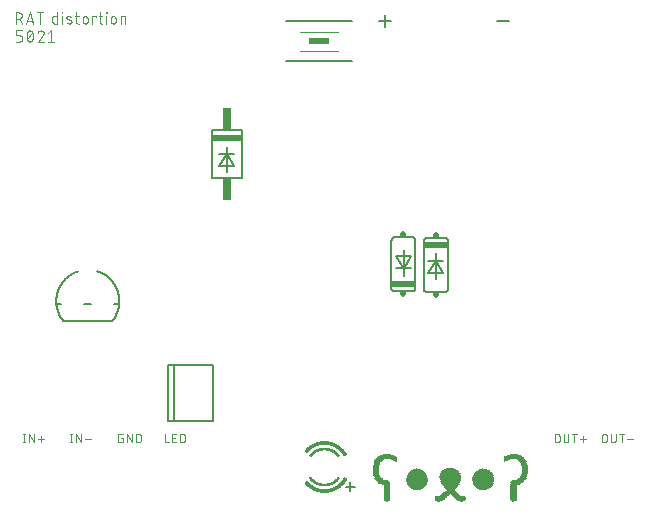
<source format=gbr>
G04 EAGLE Gerber RS-274X export*
G75*
%MOMM*%
%FSLAX34Y34*%
%LPD*%
%INSilkscreen Top*%
%IPPOS*%
%AMOC8*
5,1,8,0,0,1.08239X$1,22.5*%
G01*
%ADD10C,0.076200*%
%ADD11R,0.240000X0.040000*%
%ADD12R,0.160000X0.040000*%
%ADD13R,0.040000X0.040000*%
%ADD14R,0.080000X0.040000*%
%ADD15R,0.440000X0.040000*%
%ADD16R,0.560000X0.040000*%
%ADD17R,0.480000X0.040000*%
%ADD18R,0.680000X0.040000*%
%ADD19R,0.760000X0.040000*%
%ADD20R,0.840000X0.040000*%
%ADD21R,0.880000X0.040000*%
%ADD22R,0.920000X0.040000*%
%ADD23R,0.960000X0.040000*%
%ADD24R,1.000000X0.040000*%
%ADD25R,1.040000X0.040000*%
%ADD26R,0.640000X0.040000*%
%ADD27R,1.200000X0.040000*%
%ADD28R,1.160000X0.040000*%
%ADD29R,0.720000X0.040000*%
%ADD30R,0.800000X0.040000*%
%ADD31R,1.120000X0.040000*%
%ADD32R,1.320000X0.040000*%
%ADD33R,1.280000X0.040000*%
%ADD34R,1.360000X0.040000*%
%ADD35R,1.400000X0.040000*%
%ADD36R,1.440000X0.040000*%
%ADD37R,1.520000X0.040000*%
%ADD38R,1.240000X0.040000*%
%ADD39R,1.480000X0.040000*%
%ADD40R,1.560000X0.040000*%
%ADD41R,0.600000X0.040000*%
%ADD42R,1.600000X0.040000*%
%ADD43R,1.640000X0.040000*%
%ADD44R,1.680000X0.040000*%
%ADD45R,1.720000X0.040000*%
%ADD46R,1.080000X0.040000*%
%ADD47R,1.760000X0.040000*%
%ADD48R,1.800000X0.040000*%
%ADD49R,0.520000X0.040000*%
%ADD50R,0.120000X0.040000*%
%ADD51R,0.200000X0.040000*%
%ADD52R,0.320000X0.040000*%
%ADD53R,0.280000X0.040000*%
%ADD54R,0.400000X0.040000*%
%ADD55C,0.152400*%
%ADD56C,0.127000*%
%ADD57R,2.540000X0.508000*%
%ADD58R,0.762000X1.905000*%
%ADD59C,0.508000*%
%ADD60R,2.032000X0.508000*%
%ADD61C,0.015238*%
%ADD62C,0.025400*%
%ADD63C,0.070000*%
%ADD64R,1.800000X0.600000*%
%ADD65R,1.100000X0.600000*%


D10*
X14181Y425061D02*
X14181Y434459D01*
X16792Y434459D01*
X16893Y434457D01*
X16994Y434451D01*
X17095Y434441D01*
X17195Y434428D01*
X17295Y434410D01*
X17394Y434389D01*
X17492Y434363D01*
X17589Y434334D01*
X17685Y434302D01*
X17779Y434265D01*
X17872Y434225D01*
X17964Y434181D01*
X18053Y434134D01*
X18141Y434083D01*
X18227Y434029D01*
X18310Y433972D01*
X18392Y433912D01*
X18470Y433848D01*
X18547Y433782D01*
X18620Y433712D01*
X18691Y433640D01*
X18759Y433565D01*
X18824Y433487D01*
X18886Y433407D01*
X18945Y433325D01*
X19001Y433240D01*
X19053Y433153D01*
X19102Y433065D01*
X19148Y432974D01*
X19189Y432882D01*
X19228Y432788D01*
X19262Y432693D01*
X19293Y432597D01*
X19320Y432499D01*
X19344Y432401D01*
X19363Y432301D01*
X19379Y432201D01*
X19391Y432101D01*
X19399Y432000D01*
X19403Y431899D01*
X19403Y431797D01*
X19399Y431696D01*
X19391Y431595D01*
X19379Y431495D01*
X19363Y431395D01*
X19344Y431295D01*
X19320Y431197D01*
X19293Y431099D01*
X19262Y431003D01*
X19228Y430908D01*
X19189Y430814D01*
X19148Y430722D01*
X19102Y430631D01*
X19053Y430543D01*
X19001Y430456D01*
X18945Y430371D01*
X18886Y430289D01*
X18824Y430209D01*
X18759Y430131D01*
X18691Y430056D01*
X18620Y429984D01*
X18547Y429914D01*
X18470Y429848D01*
X18392Y429784D01*
X18310Y429724D01*
X18227Y429667D01*
X18141Y429613D01*
X18053Y429562D01*
X17964Y429515D01*
X17872Y429471D01*
X17779Y429431D01*
X17685Y429394D01*
X17589Y429362D01*
X17492Y429333D01*
X17394Y429307D01*
X17295Y429286D01*
X17195Y429268D01*
X17095Y429255D01*
X16994Y429245D01*
X16893Y429239D01*
X16792Y429237D01*
X16792Y429238D02*
X14181Y429238D01*
X17314Y429238D02*
X19402Y425061D01*
X22746Y425061D02*
X25878Y434459D01*
X29011Y425061D01*
X28228Y427411D02*
X23529Y427411D01*
X34413Y425061D02*
X34413Y434459D01*
X37023Y434459D02*
X31802Y434459D01*
X49257Y434459D02*
X49257Y425061D01*
X46647Y425061D01*
X46570Y425063D01*
X46494Y425069D01*
X46417Y425078D01*
X46341Y425091D01*
X46266Y425108D01*
X46192Y425128D01*
X46119Y425153D01*
X46048Y425180D01*
X45977Y425211D01*
X45909Y425246D01*
X45842Y425284D01*
X45777Y425325D01*
X45714Y425369D01*
X45654Y425416D01*
X45595Y425467D01*
X45540Y425520D01*
X45487Y425575D01*
X45436Y425634D01*
X45389Y425694D01*
X45345Y425757D01*
X45304Y425822D01*
X45266Y425889D01*
X45231Y425957D01*
X45200Y426028D01*
X45173Y426099D01*
X45148Y426172D01*
X45128Y426246D01*
X45111Y426321D01*
X45098Y426397D01*
X45089Y426474D01*
X45083Y426550D01*
X45081Y426627D01*
X45080Y426627D02*
X45080Y429760D01*
X45081Y429760D02*
X45083Y429837D01*
X45089Y429913D01*
X45098Y429990D01*
X45111Y430066D01*
X45128Y430141D01*
X45148Y430215D01*
X45173Y430288D01*
X45200Y430359D01*
X45231Y430430D01*
X45266Y430498D01*
X45304Y430565D01*
X45345Y430630D01*
X45389Y430693D01*
X45436Y430753D01*
X45487Y430812D01*
X45540Y430867D01*
X45595Y430920D01*
X45654Y430971D01*
X45714Y431018D01*
X45777Y431062D01*
X45842Y431103D01*
X45909Y431141D01*
X45977Y431176D01*
X46048Y431207D01*
X46119Y431234D01*
X46192Y431259D01*
X46266Y431279D01*
X46341Y431296D01*
X46417Y431309D01*
X46494Y431318D01*
X46570Y431324D01*
X46647Y431326D01*
X49257Y431326D01*
X53310Y431326D02*
X53310Y425061D01*
X53049Y433937D02*
X53049Y434459D01*
X53571Y434459D01*
X53571Y433937D01*
X53049Y433937D01*
X57796Y428716D02*
X60407Y427672D01*
X57796Y428716D02*
X57730Y428744D01*
X57665Y428777D01*
X57602Y428812D01*
X57541Y428851D01*
X57482Y428893D01*
X57426Y428938D01*
X57372Y428986D01*
X57321Y429037D01*
X57272Y429090D01*
X57227Y429147D01*
X57184Y429205D01*
X57145Y429265D01*
X57108Y429328D01*
X57076Y429393D01*
X57047Y429459D01*
X57021Y429526D01*
X56999Y429595D01*
X56981Y429665D01*
X56966Y429736D01*
X56955Y429807D01*
X56948Y429879D01*
X56945Y429951D01*
X56946Y430023D01*
X56951Y430096D01*
X56959Y430167D01*
X56971Y430239D01*
X56987Y430309D01*
X57007Y430378D01*
X57031Y430447D01*
X57058Y430514D01*
X57088Y430579D01*
X57122Y430643D01*
X57160Y430705D01*
X57200Y430765D01*
X57244Y430822D01*
X57291Y430877D01*
X57341Y430930D01*
X57393Y430979D01*
X57448Y431026D01*
X57505Y431070D01*
X57565Y431111D01*
X57627Y431148D01*
X57691Y431183D01*
X57756Y431213D01*
X57823Y431241D01*
X57891Y431264D01*
X57961Y431284D01*
X58031Y431300D01*
X58102Y431313D01*
X58174Y431321D01*
X58246Y431326D01*
X58318Y431327D01*
X58319Y431326D02*
X58470Y431322D01*
X58621Y431314D01*
X58772Y431303D01*
X58923Y431287D01*
X59073Y431267D01*
X59223Y431244D01*
X59372Y431217D01*
X59520Y431186D01*
X59668Y431151D01*
X59814Y431113D01*
X59960Y431070D01*
X60104Y431024D01*
X60247Y430975D01*
X60389Y430922D01*
X60529Y430865D01*
X60668Y430804D01*
X60407Y427672D02*
X60473Y427644D01*
X60538Y427611D01*
X60601Y427576D01*
X60662Y427537D01*
X60721Y427495D01*
X60777Y427450D01*
X60831Y427402D01*
X60882Y427351D01*
X60931Y427298D01*
X60976Y427241D01*
X61019Y427183D01*
X61058Y427123D01*
X61095Y427060D01*
X61127Y426995D01*
X61156Y426929D01*
X61182Y426862D01*
X61204Y426793D01*
X61222Y426723D01*
X61237Y426652D01*
X61248Y426581D01*
X61255Y426509D01*
X61258Y426437D01*
X61257Y426365D01*
X61252Y426292D01*
X61244Y426221D01*
X61232Y426149D01*
X61216Y426079D01*
X61196Y426010D01*
X61172Y425941D01*
X61145Y425874D01*
X61115Y425809D01*
X61081Y425745D01*
X61043Y425683D01*
X61003Y425623D01*
X60959Y425566D01*
X60912Y425511D01*
X60862Y425458D01*
X60810Y425409D01*
X60755Y425362D01*
X60698Y425318D01*
X60638Y425277D01*
X60576Y425240D01*
X60512Y425205D01*
X60447Y425175D01*
X60380Y425147D01*
X60312Y425124D01*
X60242Y425104D01*
X60172Y425088D01*
X60101Y425075D01*
X60029Y425067D01*
X59957Y425062D01*
X59885Y425061D01*
X59675Y425066D01*
X59466Y425077D01*
X59257Y425092D01*
X59049Y425112D01*
X58841Y425138D01*
X58634Y425168D01*
X58427Y425203D01*
X58222Y425243D01*
X58017Y425287D01*
X57814Y425337D01*
X57611Y425391D01*
X57410Y425451D01*
X57211Y425514D01*
X57013Y425583D01*
X64169Y431326D02*
X67302Y431326D01*
X65213Y434459D02*
X65213Y426627D01*
X65214Y426627D02*
X65216Y426550D01*
X65222Y426474D01*
X65231Y426397D01*
X65244Y426321D01*
X65261Y426246D01*
X65281Y426172D01*
X65306Y426099D01*
X65333Y426028D01*
X65364Y425957D01*
X65399Y425889D01*
X65437Y425822D01*
X65478Y425757D01*
X65522Y425694D01*
X65569Y425634D01*
X65620Y425575D01*
X65673Y425520D01*
X65728Y425467D01*
X65787Y425416D01*
X65847Y425369D01*
X65910Y425325D01*
X65975Y425284D01*
X66042Y425246D01*
X66110Y425211D01*
X66181Y425180D01*
X66252Y425153D01*
X66325Y425128D01*
X66399Y425108D01*
X66474Y425091D01*
X66550Y425078D01*
X66627Y425069D01*
X66703Y425063D01*
X66780Y425061D01*
X67302Y425061D01*
X70729Y427149D02*
X70729Y429238D01*
X70731Y429328D01*
X70737Y429417D01*
X70746Y429507D01*
X70760Y429596D01*
X70777Y429684D01*
X70798Y429771D01*
X70823Y429858D01*
X70852Y429943D01*
X70884Y430027D01*
X70919Y430109D01*
X70959Y430190D01*
X71001Y430269D01*
X71047Y430346D01*
X71097Y430421D01*
X71149Y430494D01*
X71205Y430565D01*
X71263Y430633D01*
X71325Y430698D01*
X71389Y430761D01*
X71456Y430821D01*
X71525Y430878D01*
X71597Y430932D01*
X71671Y430983D01*
X71747Y431031D01*
X71825Y431075D01*
X71905Y431116D01*
X71987Y431154D01*
X72070Y431188D01*
X72155Y431218D01*
X72241Y431245D01*
X72327Y431268D01*
X72415Y431287D01*
X72504Y431302D01*
X72593Y431314D01*
X72682Y431322D01*
X72772Y431326D01*
X72862Y431326D01*
X72952Y431322D01*
X73041Y431314D01*
X73130Y431302D01*
X73219Y431287D01*
X73307Y431268D01*
X73393Y431245D01*
X73479Y431218D01*
X73564Y431188D01*
X73647Y431154D01*
X73729Y431116D01*
X73809Y431075D01*
X73887Y431031D01*
X73963Y430983D01*
X74037Y430932D01*
X74109Y430878D01*
X74178Y430821D01*
X74245Y430761D01*
X74309Y430698D01*
X74371Y430633D01*
X74429Y430565D01*
X74485Y430494D01*
X74537Y430421D01*
X74587Y430346D01*
X74633Y430269D01*
X74675Y430190D01*
X74715Y430109D01*
X74750Y430027D01*
X74782Y429943D01*
X74811Y429858D01*
X74836Y429771D01*
X74857Y429684D01*
X74874Y429596D01*
X74888Y429507D01*
X74897Y429417D01*
X74903Y429328D01*
X74905Y429238D01*
X74906Y429238D02*
X74906Y427149D01*
X74905Y427149D02*
X74903Y427059D01*
X74897Y426970D01*
X74888Y426880D01*
X74874Y426791D01*
X74857Y426703D01*
X74836Y426616D01*
X74811Y426529D01*
X74782Y426444D01*
X74750Y426360D01*
X74715Y426278D01*
X74675Y426197D01*
X74633Y426118D01*
X74587Y426041D01*
X74537Y425966D01*
X74485Y425893D01*
X74429Y425822D01*
X74371Y425754D01*
X74309Y425689D01*
X74245Y425626D01*
X74178Y425566D01*
X74109Y425509D01*
X74037Y425455D01*
X73963Y425404D01*
X73887Y425356D01*
X73809Y425312D01*
X73729Y425271D01*
X73647Y425233D01*
X73564Y425199D01*
X73479Y425169D01*
X73393Y425142D01*
X73307Y425119D01*
X73219Y425100D01*
X73130Y425085D01*
X73041Y425073D01*
X72952Y425065D01*
X72862Y425061D01*
X72772Y425061D01*
X72682Y425065D01*
X72593Y425073D01*
X72504Y425085D01*
X72415Y425100D01*
X72327Y425119D01*
X72241Y425142D01*
X72155Y425169D01*
X72070Y425199D01*
X71987Y425233D01*
X71905Y425271D01*
X71825Y425312D01*
X71747Y425356D01*
X71671Y425404D01*
X71597Y425455D01*
X71525Y425509D01*
X71456Y425566D01*
X71389Y425626D01*
X71325Y425689D01*
X71263Y425754D01*
X71205Y425822D01*
X71149Y425893D01*
X71097Y425966D01*
X71047Y426041D01*
X71001Y426118D01*
X70959Y426197D01*
X70919Y426278D01*
X70884Y426360D01*
X70852Y426444D01*
X70823Y426529D01*
X70798Y426616D01*
X70777Y426703D01*
X70760Y426791D01*
X70746Y426880D01*
X70737Y426970D01*
X70731Y427059D01*
X70729Y427149D01*
X79010Y425061D02*
X79010Y431326D01*
X82143Y431326D01*
X82143Y430282D01*
X84286Y431326D02*
X87418Y431326D01*
X85330Y434459D02*
X85330Y426627D01*
X85332Y426550D01*
X85338Y426474D01*
X85347Y426397D01*
X85360Y426321D01*
X85377Y426246D01*
X85397Y426172D01*
X85422Y426099D01*
X85449Y426028D01*
X85480Y425957D01*
X85515Y425889D01*
X85553Y425822D01*
X85594Y425757D01*
X85638Y425694D01*
X85685Y425634D01*
X85736Y425575D01*
X85789Y425520D01*
X85844Y425467D01*
X85903Y425416D01*
X85963Y425369D01*
X86026Y425325D01*
X86091Y425284D01*
X86158Y425246D01*
X86226Y425211D01*
X86297Y425180D01*
X86368Y425153D01*
X86441Y425128D01*
X86515Y425108D01*
X86590Y425091D01*
X86666Y425078D01*
X86743Y425069D01*
X86819Y425063D01*
X86896Y425061D01*
X87418Y425061D01*
X90800Y425061D02*
X90800Y431326D01*
X90539Y433937D02*
X90539Y434459D01*
X91062Y434459D01*
X91062Y433937D01*
X90539Y433937D01*
X94503Y429238D02*
X94503Y427149D01*
X94504Y429238D02*
X94506Y429328D01*
X94512Y429417D01*
X94521Y429507D01*
X94535Y429596D01*
X94552Y429684D01*
X94573Y429771D01*
X94598Y429858D01*
X94627Y429943D01*
X94659Y430027D01*
X94694Y430109D01*
X94734Y430190D01*
X94776Y430269D01*
X94822Y430346D01*
X94872Y430421D01*
X94924Y430494D01*
X94980Y430565D01*
X95038Y430633D01*
X95100Y430698D01*
X95164Y430761D01*
X95231Y430821D01*
X95300Y430878D01*
X95372Y430932D01*
X95446Y430983D01*
X95522Y431031D01*
X95600Y431075D01*
X95680Y431116D01*
X95762Y431154D01*
X95845Y431188D01*
X95930Y431218D01*
X96016Y431245D01*
X96102Y431268D01*
X96190Y431287D01*
X96279Y431302D01*
X96368Y431314D01*
X96457Y431322D01*
X96547Y431326D01*
X96637Y431326D01*
X96727Y431322D01*
X96816Y431314D01*
X96905Y431302D01*
X96994Y431287D01*
X97082Y431268D01*
X97168Y431245D01*
X97254Y431218D01*
X97339Y431188D01*
X97422Y431154D01*
X97504Y431116D01*
X97584Y431075D01*
X97662Y431031D01*
X97738Y430983D01*
X97812Y430932D01*
X97884Y430878D01*
X97953Y430821D01*
X98020Y430761D01*
X98084Y430698D01*
X98146Y430633D01*
X98204Y430565D01*
X98260Y430494D01*
X98312Y430421D01*
X98362Y430346D01*
X98408Y430269D01*
X98450Y430190D01*
X98490Y430109D01*
X98525Y430027D01*
X98557Y429943D01*
X98586Y429858D01*
X98611Y429771D01*
X98632Y429684D01*
X98649Y429596D01*
X98663Y429507D01*
X98672Y429417D01*
X98678Y429328D01*
X98680Y429238D01*
X98680Y427149D01*
X98678Y427059D01*
X98672Y426970D01*
X98663Y426880D01*
X98649Y426791D01*
X98632Y426703D01*
X98611Y426616D01*
X98586Y426529D01*
X98557Y426444D01*
X98525Y426360D01*
X98490Y426278D01*
X98450Y426197D01*
X98408Y426118D01*
X98362Y426041D01*
X98312Y425966D01*
X98260Y425893D01*
X98204Y425822D01*
X98146Y425754D01*
X98084Y425689D01*
X98020Y425626D01*
X97953Y425566D01*
X97884Y425509D01*
X97812Y425455D01*
X97738Y425404D01*
X97662Y425356D01*
X97584Y425312D01*
X97504Y425271D01*
X97422Y425233D01*
X97339Y425199D01*
X97254Y425169D01*
X97168Y425142D01*
X97082Y425119D01*
X96994Y425100D01*
X96905Y425085D01*
X96816Y425073D01*
X96727Y425065D01*
X96637Y425061D01*
X96547Y425061D01*
X96457Y425065D01*
X96368Y425073D01*
X96279Y425085D01*
X96190Y425100D01*
X96102Y425119D01*
X96016Y425142D01*
X95930Y425169D01*
X95845Y425199D01*
X95762Y425233D01*
X95680Y425271D01*
X95600Y425312D01*
X95522Y425356D01*
X95446Y425404D01*
X95372Y425455D01*
X95300Y425509D01*
X95231Y425566D01*
X95164Y425626D01*
X95100Y425689D01*
X95038Y425754D01*
X94980Y425822D01*
X94924Y425893D01*
X94872Y425966D01*
X94822Y426041D01*
X94776Y426118D01*
X94734Y426197D01*
X94694Y426278D01*
X94659Y426360D01*
X94627Y426444D01*
X94598Y426529D01*
X94573Y426616D01*
X94552Y426703D01*
X94535Y426791D01*
X94521Y426880D01*
X94512Y426970D01*
X94506Y427059D01*
X94504Y427149D01*
X102733Y425061D02*
X102733Y431326D01*
X105343Y431326D01*
X105420Y431324D01*
X105496Y431318D01*
X105573Y431309D01*
X105649Y431296D01*
X105724Y431279D01*
X105798Y431259D01*
X105871Y431234D01*
X105942Y431207D01*
X106013Y431176D01*
X106081Y431141D01*
X106148Y431103D01*
X106213Y431062D01*
X106276Y431018D01*
X106336Y430971D01*
X106395Y430920D01*
X106450Y430867D01*
X106503Y430812D01*
X106554Y430753D01*
X106601Y430693D01*
X106645Y430630D01*
X106686Y430565D01*
X106724Y430498D01*
X106759Y430430D01*
X106790Y430359D01*
X106817Y430288D01*
X106842Y430215D01*
X106862Y430141D01*
X106879Y430066D01*
X106892Y429990D01*
X106901Y429914D01*
X106907Y429837D01*
X106909Y429760D01*
X106910Y429760D02*
X106910Y425061D01*
X17314Y409821D02*
X14181Y409821D01*
X17314Y409821D02*
X17403Y409823D01*
X17491Y409829D01*
X17579Y409838D01*
X17667Y409851D01*
X17754Y409868D01*
X17840Y409888D01*
X17925Y409913D01*
X18010Y409940D01*
X18093Y409972D01*
X18174Y410006D01*
X18254Y410045D01*
X18332Y410086D01*
X18409Y410131D01*
X18483Y410179D01*
X18556Y410230D01*
X18626Y410284D01*
X18693Y410342D01*
X18759Y410402D01*
X18821Y410464D01*
X18881Y410530D01*
X18939Y410597D01*
X18993Y410667D01*
X19044Y410740D01*
X19092Y410814D01*
X19137Y410891D01*
X19178Y410969D01*
X19217Y411049D01*
X19251Y411130D01*
X19283Y411213D01*
X19310Y411298D01*
X19335Y411383D01*
X19355Y411469D01*
X19372Y411556D01*
X19385Y411644D01*
X19394Y411732D01*
X19400Y411820D01*
X19402Y411909D01*
X19402Y412954D01*
X19400Y413043D01*
X19394Y413131D01*
X19385Y413219D01*
X19372Y413307D01*
X19355Y413394D01*
X19335Y413480D01*
X19310Y413565D01*
X19283Y413650D01*
X19251Y413733D01*
X19217Y413814D01*
X19178Y413894D01*
X19137Y413972D01*
X19092Y414049D01*
X19044Y414123D01*
X18993Y414196D01*
X18939Y414266D01*
X18881Y414333D01*
X18821Y414399D01*
X18759Y414461D01*
X18693Y414521D01*
X18626Y414579D01*
X18556Y414633D01*
X18483Y414684D01*
X18409Y414732D01*
X18332Y414777D01*
X18254Y414818D01*
X18174Y414857D01*
X18093Y414891D01*
X18010Y414923D01*
X17925Y414950D01*
X17840Y414975D01*
X17754Y414995D01*
X17667Y415012D01*
X17579Y415025D01*
X17491Y415034D01*
X17403Y415040D01*
X17314Y415042D01*
X14181Y415042D01*
X14181Y419219D01*
X19402Y419219D01*
X24108Y417914D02*
X24029Y417747D01*
X23954Y417578D01*
X23883Y417407D01*
X23816Y417235D01*
X23754Y417061D01*
X23695Y416885D01*
X23641Y416709D01*
X23591Y416531D01*
X23545Y416351D01*
X23503Y416171D01*
X23466Y415990D01*
X23433Y415808D01*
X23404Y415626D01*
X23380Y415442D01*
X23360Y415258D01*
X23345Y415074D01*
X23334Y414890D01*
X23327Y414705D01*
X23325Y414520D01*
X24108Y417914D02*
X24138Y417994D01*
X24171Y418073D01*
X24208Y418150D01*
X24248Y418226D01*
X24291Y418300D01*
X24337Y418372D01*
X24387Y418441D01*
X24439Y418509D01*
X24495Y418574D01*
X24553Y418637D01*
X24615Y418696D01*
X24678Y418754D01*
X24745Y418808D01*
X24813Y418859D01*
X24884Y418907D01*
X24957Y418952D01*
X25031Y418994D01*
X25108Y419032D01*
X25186Y419067D01*
X25265Y419099D01*
X25346Y419127D01*
X25428Y419151D01*
X25512Y419172D01*
X25595Y419189D01*
X25680Y419202D01*
X25765Y419211D01*
X25850Y419217D01*
X25936Y419219D01*
X26022Y419217D01*
X26107Y419211D01*
X26192Y419202D01*
X26277Y419189D01*
X26360Y419172D01*
X26444Y419151D01*
X26526Y419127D01*
X26607Y419099D01*
X26686Y419067D01*
X26764Y419032D01*
X26841Y418994D01*
X26915Y418952D01*
X26988Y418907D01*
X27059Y418859D01*
X27127Y418808D01*
X27194Y418754D01*
X27257Y418696D01*
X27319Y418637D01*
X27377Y418574D01*
X27433Y418509D01*
X27485Y418441D01*
X27535Y418372D01*
X27581Y418300D01*
X27624Y418226D01*
X27664Y418150D01*
X27701Y418073D01*
X27734Y417994D01*
X27764Y417914D01*
X27763Y417914D02*
X27842Y417747D01*
X27917Y417578D01*
X27988Y417407D01*
X28055Y417235D01*
X28117Y417061D01*
X28176Y416885D01*
X28230Y416709D01*
X28280Y416531D01*
X28326Y416351D01*
X28368Y416171D01*
X28405Y415990D01*
X28438Y415808D01*
X28467Y415626D01*
X28491Y415442D01*
X28511Y415258D01*
X28526Y415074D01*
X28537Y414890D01*
X28544Y414705D01*
X28546Y414520D01*
X23325Y414520D02*
X23327Y414335D01*
X23334Y414150D01*
X23345Y413966D01*
X23360Y413782D01*
X23380Y413598D01*
X23404Y413414D01*
X23433Y413232D01*
X23466Y413050D01*
X23503Y412869D01*
X23545Y412689D01*
X23591Y412509D01*
X23641Y412331D01*
X23695Y412155D01*
X23754Y411979D01*
X23816Y411805D01*
X23883Y411633D01*
X23954Y411462D01*
X24029Y411293D01*
X24108Y411126D01*
X24138Y411046D01*
X24171Y410967D01*
X24208Y410890D01*
X24248Y410814D01*
X24291Y410740D01*
X24337Y410668D01*
X24387Y410599D01*
X24440Y410531D01*
X24495Y410466D01*
X24554Y410403D01*
X24615Y410344D01*
X24678Y410286D01*
X24745Y410232D01*
X24813Y410181D01*
X24884Y410133D01*
X24957Y410088D01*
X25031Y410046D01*
X25108Y410008D01*
X25186Y409973D01*
X25265Y409941D01*
X25346Y409913D01*
X25428Y409889D01*
X25512Y409868D01*
X25595Y409851D01*
X25680Y409838D01*
X25765Y409829D01*
X25850Y409823D01*
X25936Y409821D01*
X27763Y411126D02*
X27842Y411293D01*
X27917Y411462D01*
X27988Y411633D01*
X28055Y411805D01*
X28117Y411979D01*
X28176Y412155D01*
X28230Y412331D01*
X28280Y412509D01*
X28326Y412689D01*
X28368Y412869D01*
X28405Y413050D01*
X28438Y413232D01*
X28467Y413414D01*
X28491Y413598D01*
X28511Y413782D01*
X28526Y413966D01*
X28537Y414150D01*
X28544Y414335D01*
X28546Y414520D01*
X27764Y411126D02*
X27734Y411046D01*
X27701Y410967D01*
X27664Y410890D01*
X27624Y410814D01*
X27581Y410740D01*
X27535Y410668D01*
X27485Y410599D01*
X27433Y410531D01*
X27377Y410466D01*
X27319Y410403D01*
X27257Y410344D01*
X27194Y410286D01*
X27127Y410232D01*
X27059Y410181D01*
X26988Y410133D01*
X26915Y410088D01*
X26841Y410046D01*
X26764Y410008D01*
X26686Y409973D01*
X26607Y409941D01*
X26526Y409913D01*
X26444Y409889D01*
X26360Y409868D01*
X26277Y409851D01*
X26192Y409838D01*
X26107Y409829D01*
X26022Y409823D01*
X25936Y409821D01*
X23847Y411909D02*
X28024Y417131D01*
X35341Y419220D02*
X35436Y419218D01*
X35530Y419212D01*
X35624Y419203D01*
X35718Y419190D01*
X35811Y419173D01*
X35903Y419152D01*
X35995Y419127D01*
X36085Y419099D01*
X36174Y419067D01*
X36262Y419032D01*
X36348Y418993D01*
X36433Y418951D01*
X36516Y418905D01*
X36597Y418856D01*
X36676Y418804D01*
X36753Y418749D01*
X36827Y418690D01*
X36899Y418629D01*
X36969Y418565D01*
X37036Y418498D01*
X37100Y418428D01*
X37161Y418356D01*
X37220Y418282D01*
X37275Y418205D01*
X37327Y418126D01*
X37376Y418045D01*
X37422Y417962D01*
X37464Y417877D01*
X37503Y417791D01*
X37538Y417703D01*
X37570Y417614D01*
X37598Y417524D01*
X37623Y417432D01*
X37644Y417340D01*
X37661Y417247D01*
X37674Y417153D01*
X37683Y417059D01*
X37689Y416965D01*
X37691Y416870D01*
X35341Y419219D02*
X35233Y419217D01*
X35124Y419211D01*
X35016Y419201D01*
X34909Y419188D01*
X34802Y419170D01*
X34695Y419149D01*
X34590Y419124D01*
X34485Y419095D01*
X34382Y419063D01*
X34280Y419026D01*
X34179Y418986D01*
X34080Y418943D01*
X33982Y418896D01*
X33886Y418845D01*
X33792Y418791D01*
X33700Y418734D01*
X33610Y418673D01*
X33522Y418609D01*
X33437Y418543D01*
X33354Y418473D01*
X33274Y418400D01*
X33196Y418324D01*
X33121Y418246D01*
X33049Y418165D01*
X32980Y418081D01*
X32914Y417995D01*
X32851Y417907D01*
X32792Y417816D01*
X32735Y417724D01*
X32682Y417629D01*
X32633Y417533D01*
X32587Y417434D01*
X32544Y417335D01*
X32505Y417233D01*
X32470Y417131D01*
X36907Y415042D02*
X36976Y415111D01*
X37042Y415182D01*
X37106Y415255D01*
X37167Y415331D01*
X37225Y415410D01*
X37279Y415490D01*
X37331Y415573D01*
X37379Y415657D01*
X37425Y415743D01*
X37466Y415831D01*
X37505Y415921D01*
X37540Y416012D01*
X37571Y416104D01*
X37599Y416197D01*
X37623Y416291D01*
X37643Y416386D01*
X37660Y416482D01*
X37673Y416579D01*
X37682Y416676D01*
X37688Y416773D01*
X37690Y416870D01*
X36907Y415042D02*
X32469Y409821D01*
X37690Y409821D01*
X41613Y417131D02*
X44223Y419219D01*
X44223Y409821D01*
X41613Y409821D02*
X46834Y409821D01*
X21199Y77747D02*
X21199Y70381D01*
X20381Y70381D02*
X22018Y70381D01*
X22018Y77747D02*
X20381Y77747D01*
X25249Y77747D02*
X25249Y70381D01*
X29342Y70381D02*
X25249Y77747D01*
X29342Y77747D02*
X29342Y70381D01*
X32887Y73246D02*
X37797Y73246D01*
X35342Y75701D02*
X35342Y70790D01*
X61199Y70381D02*
X61199Y77747D01*
X60381Y70381D02*
X62018Y70381D01*
X62018Y77747D02*
X60381Y77747D01*
X65249Y77747D02*
X65249Y70381D01*
X69342Y70381D02*
X65249Y77747D01*
X69342Y77747D02*
X69342Y70381D01*
X72887Y73246D02*
X77797Y73246D01*
X103246Y74473D02*
X104473Y74473D01*
X104473Y70381D01*
X102018Y70381D01*
X101940Y70383D01*
X101862Y70388D01*
X101785Y70398D01*
X101708Y70411D01*
X101632Y70427D01*
X101557Y70447D01*
X101483Y70471D01*
X101410Y70498D01*
X101338Y70529D01*
X101268Y70563D01*
X101200Y70600D01*
X101133Y70641D01*
X101068Y70685D01*
X101006Y70731D01*
X100946Y70781D01*
X100888Y70833D01*
X100833Y70888D01*
X100781Y70946D01*
X100731Y71006D01*
X100685Y71068D01*
X100641Y71133D01*
X100600Y71200D01*
X100563Y71268D01*
X100529Y71338D01*
X100498Y71410D01*
X100471Y71483D01*
X100447Y71557D01*
X100427Y71632D01*
X100411Y71708D01*
X100398Y71785D01*
X100388Y71862D01*
X100383Y71940D01*
X100381Y72018D01*
X100381Y76110D01*
X100383Y76190D01*
X100389Y76270D01*
X100399Y76350D01*
X100412Y76429D01*
X100430Y76508D01*
X100451Y76585D01*
X100477Y76661D01*
X100506Y76736D01*
X100538Y76810D01*
X100574Y76882D01*
X100614Y76952D01*
X100657Y77019D01*
X100703Y77085D01*
X100753Y77148D01*
X100805Y77209D01*
X100860Y77268D01*
X100919Y77323D01*
X100979Y77375D01*
X101043Y77425D01*
X101109Y77471D01*
X101176Y77514D01*
X101246Y77554D01*
X101318Y77590D01*
X101392Y77622D01*
X101466Y77651D01*
X101543Y77677D01*
X101620Y77698D01*
X101699Y77716D01*
X101778Y77729D01*
X101858Y77739D01*
X101938Y77745D01*
X102018Y77747D01*
X104473Y77747D01*
X108184Y77747D02*
X108184Y70381D01*
X112276Y70381D02*
X108184Y77747D01*
X112276Y77747D02*
X112276Y70381D01*
X115987Y70381D02*
X115987Y77747D01*
X118033Y77747D01*
X118122Y77745D01*
X118211Y77739D01*
X118300Y77729D01*
X118388Y77716D01*
X118476Y77699D01*
X118563Y77677D01*
X118648Y77652D01*
X118733Y77624D01*
X118816Y77591D01*
X118898Y77555D01*
X118978Y77516D01*
X119056Y77473D01*
X119132Y77427D01*
X119207Y77377D01*
X119279Y77324D01*
X119348Y77268D01*
X119415Y77209D01*
X119480Y77148D01*
X119541Y77083D01*
X119600Y77016D01*
X119656Y76947D01*
X119709Y76875D01*
X119759Y76800D01*
X119805Y76724D01*
X119848Y76646D01*
X119887Y76566D01*
X119923Y76484D01*
X119956Y76401D01*
X119984Y76316D01*
X120009Y76231D01*
X120031Y76144D01*
X120048Y76056D01*
X120061Y75968D01*
X120071Y75879D01*
X120077Y75790D01*
X120079Y75701D01*
X120079Y72427D01*
X120077Y72338D01*
X120071Y72249D01*
X120061Y72160D01*
X120048Y72072D01*
X120031Y71984D01*
X120009Y71897D01*
X119984Y71812D01*
X119956Y71727D01*
X119923Y71644D01*
X119887Y71562D01*
X119848Y71482D01*
X119805Y71404D01*
X119759Y71328D01*
X119709Y71253D01*
X119656Y71181D01*
X119600Y71112D01*
X119541Y71045D01*
X119480Y70980D01*
X119415Y70919D01*
X119348Y70860D01*
X119279Y70804D01*
X119207Y70751D01*
X119132Y70701D01*
X119056Y70655D01*
X118978Y70612D01*
X118898Y70573D01*
X118816Y70537D01*
X118733Y70504D01*
X118648Y70476D01*
X118563Y70451D01*
X118476Y70429D01*
X118388Y70412D01*
X118300Y70399D01*
X118211Y70389D01*
X118122Y70383D01*
X118033Y70381D01*
X115987Y70381D01*
X140381Y70381D02*
X140381Y77747D01*
X140381Y70381D02*
X143655Y70381D01*
X146721Y70381D02*
X149995Y70381D01*
X146721Y70381D02*
X146721Y77747D01*
X149995Y77747D01*
X149176Y74473D02*
X146721Y74473D01*
X153045Y77747D02*
X153045Y70381D01*
X153045Y77747D02*
X155091Y77747D01*
X155180Y77745D01*
X155269Y77739D01*
X155358Y77729D01*
X155446Y77716D01*
X155534Y77699D01*
X155621Y77677D01*
X155706Y77652D01*
X155791Y77624D01*
X155874Y77591D01*
X155956Y77555D01*
X156036Y77516D01*
X156114Y77473D01*
X156190Y77427D01*
X156265Y77377D01*
X156337Y77324D01*
X156406Y77268D01*
X156473Y77209D01*
X156538Y77148D01*
X156599Y77083D01*
X156658Y77016D01*
X156714Y76947D01*
X156767Y76875D01*
X156817Y76800D01*
X156863Y76724D01*
X156906Y76646D01*
X156945Y76566D01*
X156981Y76484D01*
X157014Y76401D01*
X157042Y76316D01*
X157067Y76231D01*
X157089Y76144D01*
X157106Y76056D01*
X157119Y75968D01*
X157129Y75879D01*
X157135Y75790D01*
X157137Y75701D01*
X157137Y72427D01*
X157135Y72338D01*
X157129Y72249D01*
X157119Y72160D01*
X157106Y72072D01*
X157089Y71984D01*
X157067Y71897D01*
X157042Y71812D01*
X157014Y71727D01*
X156981Y71644D01*
X156945Y71562D01*
X156906Y71482D01*
X156863Y71404D01*
X156817Y71328D01*
X156767Y71253D01*
X156714Y71181D01*
X156658Y71112D01*
X156599Y71045D01*
X156538Y70980D01*
X156473Y70919D01*
X156406Y70860D01*
X156337Y70804D01*
X156265Y70751D01*
X156190Y70701D01*
X156114Y70655D01*
X156036Y70612D01*
X155956Y70573D01*
X155874Y70537D01*
X155791Y70504D01*
X155706Y70476D01*
X155621Y70451D01*
X155534Y70429D01*
X155446Y70412D01*
X155358Y70399D01*
X155269Y70389D01*
X155180Y70383D01*
X155091Y70381D01*
X153045Y70381D01*
X470381Y72427D02*
X470381Y75701D01*
X470383Y75790D01*
X470389Y75879D01*
X470399Y75968D01*
X470412Y76056D01*
X470429Y76144D01*
X470451Y76231D01*
X470476Y76316D01*
X470504Y76401D01*
X470537Y76484D01*
X470573Y76566D01*
X470612Y76646D01*
X470655Y76724D01*
X470701Y76800D01*
X470751Y76875D01*
X470804Y76947D01*
X470860Y77016D01*
X470919Y77083D01*
X470980Y77148D01*
X471045Y77209D01*
X471112Y77268D01*
X471181Y77324D01*
X471253Y77377D01*
X471328Y77427D01*
X471404Y77473D01*
X471482Y77516D01*
X471562Y77555D01*
X471644Y77591D01*
X471727Y77624D01*
X471812Y77652D01*
X471897Y77677D01*
X471984Y77699D01*
X472072Y77716D01*
X472160Y77729D01*
X472249Y77739D01*
X472338Y77745D01*
X472427Y77747D01*
X472516Y77745D01*
X472605Y77739D01*
X472694Y77729D01*
X472782Y77716D01*
X472870Y77699D01*
X472957Y77677D01*
X473042Y77652D01*
X473127Y77624D01*
X473210Y77591D01*
X473292Y77555D01*
X473372Y77516D01*
X473450Y77473D01*
X473526Y77427D01*
X473601Y77377D01*
X473673Y77324D01*
X473742Y77268D01*
X473809Y77209D01*
X473874Y77148D01*
X473935Y77083D01*
X473994Y77016D01*
X474050Y76947D01*
X474103Y76875D01*
X474153Y76800D01*
X474199Y76724D01*
X474242Y76646D01*
X474281Y76566D01*
X474317Y76484D01*
X474350Y76401D01*
X474378Y76316D01*
X474403Y76231D01*
X474425Y76144D01*
X474442Y76056D01*
X474455Y75968D01*
X474465Y75879D01*
X474471Y75790D01*
X474473Y75701D01*
X474473Y72427D01*
X474471Y72338D01*
X474465Y72249D01*
X474455Y72160D01*
X474442Y72072D01*
X474425Y71984D01*
X474403Y71897D01*
X474378Y71812D01*
X474350Y71727D01*
X474317Y71644D01*
X474281Y71562D01*
X474242Y71482D01*
X474199Y71404D01*
X474153Y71328D01*
X474103Y71253D01*
X474050Y71181D01*
X473994Y71112D01*
X473935Y71045D01*
X473874Y70980D01*
X473809Y70919D01*
X473742Y70860D01*
X473673Y70804D01*
X473601Y70751D01*
X473526Y70701D01*
X473450Y70655D01*
X473372Y70612D01*
X473292Y70573D01*
X473210Y70537D01*
X473127Y70504D01*
X473042Y70476D01*
X472957Y70451D01*
X472870Y70429D01*
X472782Y70412D01*
X472694Y70399D01*
X472605Y70389D01*
X472516Y70383D01*
X472427Y70381D01*
X472338Y70383D01*
X472249Y70389D01*
X472160Y70399D01*
X472072Y70412D01*
X471984Y70429D01*
X471897Y70451D01*
X471812Y70476D01*
X471727Y70504D01*
X471644Y70537D01*
X471562Y70573D01*
X471482Y70612D01*
X471404Y70655D01*
X471328Y70701D01*
X471253Y70751D01*
X471181Y70804D01*
X471112Y70860D01*
X471045Y70919D01*
X470980Y70980D01*
X470919Y71045D01*
X470860Y71112D01*
X470804Y71181D01*
X470751Y71253D01*
X470701Y71328D01*
X470655Y71404D01*
X470612Y71482D01*
X470573Y71562D01*
X470537Y71644D01*
X470504Y71727D01*
X470476Y71812D01*
X470451Y71897D01*
X470429Y71984D01*
X470412Y72072D01*
X470399Y72160D01*
X470389Y72249D01*
X470383Y72338D01*
X470381Y72427D01*
X477940Y72427D02*
X477940Y77747D01*
X477940Y72427D02*
X477942Y72338D01*
X477948Y72249D01*
X477958Y72160D01*
X477971Y72072D01*
X477988Y71984D01*
X478010Y71897D01*
X478035Y71812D01*
X478063Y71727D01*
X478096Y71644D01*
X478132Y71562D01*
X478171Y71482D01*
X478214Y71404D01*
X478260Y71328D01*
X478310Y71253D01*
X478363Y71181D01*
X478419Y71112D01*
X478478Y71045D01*
X478539Y70980D01*
X478604Y70919D01*
X478671Y70860D01*
X478740Y70804D01*
X478812Y70751D01*
X478887Y70701D01*
X478963Y70655D01*
X479041Y70612D01*
X479121Y70573D01*
X479203Y70537D01*
X479286Y70504D01*
X479371Y70476D01*
X479456Y70451D01*
X479543Y70429D01*
X479631Y70412D01*
X479719Y70399D01*
X479808Y70389D01*
X479897Y70383D01*
X479986Y70381D01*
X480075Y70383D01*
X480164Y70389D01*
X480253Y70399D01*
X480341Y70412D01*
X480429Y70429D01*
X480516Y70451D01*
X480601Y70476D01*
X480686Y70504D01*
X480769Y70537D01*
X480851Y70573D01*
X480931Y70612D01*
X481009Y70655D01*
X481085Y70701D01*
X481160Y70751D01*
X481232Y70804D01*
X481301Y70860D01*
X481368Y70919D01*
X481433Y70980D01*
X481494Y71045D01*
X481553Y71112D01*
X481609Y71181D01*
X481662Y71253D01*
X481712Y71328D01*
X481758Y71404D01*
X481801Y71482D01*
X481840Y71562D01*
X481876Y71644D01*
X481909Y71727D01*
X481937Y71812D01*
X481962Y71897D01*
X481984Y71984D01*
X482001Y72072D01*
X482014Y72160D01*
X482024Y72249D01*
X482030Y72338D01*
X482032Y72427D01*
X482032Y77747D01*
X487057Y77747D02*
X487057Y70381D01*
X485011Y77747D02*
X489104Y77747D01*
X491917Y73246D02*
X496828Y73246D01*
X494373Y75701D02*
X494373Y70790D01*
X510381Y72427D02*
X510381Y75701D01*
X510383Y75790D01*
X510389Y75879D01*
X510399Y75968D01*
X510412Y76056D01*
X510429Y76144D01*
X510451Y76231D01*
X510476Y76316D01*
X510504Y76401D01*
X510537Y76484D01*
X510573Y76566D01*
X510612Y76646D01*
X510655Y76724D01*
X510701Y76800D01*
X510751Y76875D01*
X510804Y76947D01*
X510860Y77016D01*
X510919Y77083D01*
X510980Y77148D01*
X511045Y77209D01*
X511112Y77268D01*
X511181Y77324D01*
X511253Y77377D01*
X511328Y77427D01*
X511404Y77473D01*
X511482Y77516D01*
X511562Y77555D01*
X511644Y77591D01*
X511727Y77624D01*
X511812Y77652D01*
X511897Y77677D01*
X511984Y77699D01*
X512072Y77716D01*
X512160Y77729D01*
X512249Y77739D01*
X512338Y77745D01*
X512427Y77747D01*
X512516Y77745D01*
X512605Y77739D01*
X512694Y77729D01*
X512782Y77716D01*
X512870Y77699D01*
X512957Y77677D01*
X513042Y77652D01*
X513127Y77624D01*
X513210Y77591D01*
X513292Y77555D01*
X513372Y77516D01*
X513450Y77473D01*
X513526Y77427D01*
X513601Y77377D01*
X513673Y77324D01*
X513742Y77268D01*
X513809Y77209D01*
X513874Y77148D01*
X513935Y77083D01*
X513994Y77016D01*
X514050Y76947D01*
X514103Y76875D01*
X514153Y76800D01*
X514199Y76724D01*
X514242Y76646D01*
X514281Y76566D01*
X514317Y76484D01*
X514350Y76401D01*
X514378Y76316D01*
X514403Y76231D01*
X514425Y76144D01*
X514442Y76056D01*
X514455Y75968D01*
X514465Y75879D01*
X514471Y75790D01*
X514473Y75701D01*
X514473Y72427D01*
X514471Y72338D01*
X514465Y72249D01*
X514455Y72160D01*
X514442Y72072D01*
X514425Y71984D01*
X514403Y71897D01*
X514378Y71812D01*
X514350Y71727D01*
X514317Y71644D01*
X514281Y71562D01*
X514242Y71482D01*
X514199Y71404D01*
X514153Y71328D01*
X514103Y71253D01*
X514050Y71181D01*
X513994Y71112D01*
X513935Y71045D01*
X513874Y70980D01*
X513809Y70919D01*
X513742Y70860D01*
X513673Y70804D01*
X513601Y70751D01*
X513526Y70701D01*
X513450Y70655D01*
X513372Y70612D01*
X513292Y70573D01*
X513210Y70537D01*
X513127Y70504D01*
X513042Y70476D01*
X512957Y70451D01*
X512870Y70429D01*
X512782Y70412D01*
X512694Y70399D01*
X512605Y70389D01*
X512516Y70383D01*
X512427Y70381D01*
X512338Y70383D01*
X512249Y70389D01*
X512160Y70399D01*
X512072Y70412D01*
X511984Y70429D01*
X511897Y70451D01*
X511812Y70476D01*
X511727Y70504D01*
X511644Y70537D01*
X511562Y70573D01*
X511482Y70612D01*
X511404Y70655D01*
X511328Y70701D01*
X511253Y70751D01*
X511181Y70804D01*
X511112Y70860D01*
X511045Y70919D01*
X510980Y70980D01*
X510919Y71045D01*
X510860Y71112D01*
X510804Y71181D01*
X510751Y71253D01*
X510701Y71328D01*
X510655Y71404D01*
X510612Y71482D01*
X510573Y71562D01*
X510537Y71644D01*
X510504Y71727D01*
X510476Y71812D01*
X510451Y71897D01*
X510429Y71984D01*
X510412Y72072D01*
X510399Y72160D01*
X510389Y72249D01*
X510383Y72338D01*
X510381Y72427D01*
X517940Y72427D02*
X517940Y77747D01*
X517940Y72427D02*
X517942Y72338D01*
X517948Y72249D01*
X517958Y72160D01*
X517971Y72072D01*
X517988Y71984D01*
X518010Y71897D01*
X518035Y71812D01*
X518063Y71727D01*
X518096Y71644D01*
X518132Y71562D01*
X518171Y71482D01*
X518214Y71404D01*
X518260Y71328D01*
X518310Y71253D01*
X518363Y71181D01*
X518419Y71112D01*
X518478Y71045D01*
X518539Y70980D01*
X518604Y70919D01*
X518671Y70860D01*
X518740Y70804D01*
X518812Y70751D01*
X518887Y70701D01*
X518963Y70655D01*
X519041Y70612D01*
X519121Y70573D01*
X519203Y70537D01*
X519286Y70504D01*
X519371Y70476D01*
X519456Y70451D01*
X519543Y70429D01*
X519631Y70412D01*
X519719Y70399D01*
X519808Y70389D01*
X519897Y70383D01*
X519986Y70381D01*
X520075Y70383D01*
X520164Y70389D01*
X520253Y70399D01*
X520341Y70412D01*
X520429Y70429D01*
X520516Y70451D01*
X520601Y70476D01*
X520686Y70504D01*
X520769Y70537D01*
X520851Y70573D01*
X520931Y70612D01*
X521009Y70655D01*
X521085Y70701D01*
X521160Y70751D01*
X521232Y70804D01*
X521301Y70860D01*
X521368Y70919D01*
X521433Y70980D01*
X521494Y71045D01*
X521553Y71112D01*
X521609Y71181D01*
X521662Y71253D01*
X521712Y71328D01*
X521758Y71404D01*
X521801Y71482D01*
X521840Y71562D01*
X521876Y71644D01*
X521909Y71727D01*
X521937Y71812D01*
X521962Y71897D01*
X521984Y71984D01*
X522001Y72072D01*
X522014Y72160D01*
X522024Y72249D01*
X522030Y72338D01*
X522032Y72427D01*
X522032Y77747D01*
X527057Y77747D02*
X527057Y70381D01*
X525011Y77747D02*
X529104Y77747D01*
X531917Y73246D02*
X536828Y73246D01*
D11*
X328200Y20400D03*
D12*
X371800Y20400D03*
D13*
X373200Y20400D03*
X390800Y20400D03*
D14*
X391800Y20400D03*
D13*
X392800Y20400D03*
D11*
X435400Y20400D03*
D15*
X328400Y20800D03*
D16*
X372600Y20800D03*
X391400Y20800D03*
D15*
X435600Y20800D03*
D17*
X328600Y21200D03*
D18*
X372800Y21200D03*
X391200Y21200D03*
D17*
X435800Y21200D03*
X328200Y21600D03*
D19*
X372800Y21600D03*
X390800Y21600D03*
D17*
X435400Y21600D03*
X328600Y22000D03*
D20*
X373200Y22000D03*
X390800Y22000D03*
D15*
X435600Y22000D03*
D17*
X328200Y22400D03*
D21*
X373400Y22400D03*
X390600Y22400D03*
D17*
X435400Y22400D03*
X328600Y22800D03*
D22*
X373600Y22800D03*
X390400Y22800D03*
D17*
X435800Y22800D03*
X328200Y23200D03*
D23*
X373800Y23200D03*
X390200Y23200D03*
D17*
X435400Y23200D03*
X328600Y23600D03*
D24*
X374000Y23600D03*
X390000Y23600D03*
D15*
X435600Y23600D03*
D17*
X328200Y24000D03*
D25*
X374200Y24000D03*
D24*
X389600Y24000D03*
D17*
X435400Y24000D03*
X328600Y24400D03*
D12*
X370200Y24400D03*
D13*
X371600Y24400D03*
D19*
X376000Y24400D03*
X388000Y24400D03*
D11*
X393400Y24400D03*
D17*
X435800Y24400D03*
X328200Y24800D03*
D18*
X376800Y24800D03*
X387200Y24800D03*
D17*
X435400Y24800D03*
X328600Y25200D03*
D26*
X377400Y25200D03*
X386600Y25200D03*
D15*
X435600Y25200D03*
D17*
X328200Y25600D03*
D26*
X377800Y25600D03*
X386200Y25600D03*
D17*
X435400Y25600D03*
X328600Y26000D03*
D26*
X378200Y26000D03*
X385800Y26000D03*
D17*
X435800Y26000D03*
X328200Y26400D03*
D26*
X378600Y26400D03*
X385400Y26400D03*
D17*
X435400Y26400D03*
X328600Y26800D03*
D27*
X382200Y26800D03*
D15*
X435600Y26800D03*
D17*
X328200Y27200D03*
D28*
X382000Y27200D03*
D17*
X435400Y27200D03*
X328600Y27600D03*
D25*
X382200Y27600D03*
D17*
X435800Y27600D03*
X328200Y28000D03*
D24*
X382000Y28000D03*
D17*
X435400Y28000D03*
X328600Y28400D03*
D22*
X382400Y28400D03*
D15*
X435600Y28400D03*
D17*
X328200Y28800D03*
D20*
X382000Y28800D03*
D17*
X435400Y28800D03*
X328600Y29200D03*
D19*
X382400Y29200D03*
D17*
X435800Y29200D03*
X328200Y29600D03*
D18*
X382400Y29600D03*
D17*
X435400Y29600D03*
X328600Y30000D03*
D15*
X354000Y30000D03*
D26*
X382200Y30000D03*
D17*
X410200Y30000D03*
D15*
X435600Y30000D03*
D17*
X328200Y30400D03*
D29*
X353800Y30400D03*
D18*
X382000Y30400D03*
D29*
X409800Y30400D03*
D17*
X435400Y30400D03*
X328600Y30800D03*
D20*
X354000Y30800D03*
D30*
X382200Y30800D03*
D21*
X410200Y30800D03*
D17*
X435800Y30800D03*
X328200Y31200D03*
D25*
X353800Y31200D03*
D20*
X382000Y31200D03*
D24*
X410000Y31200D03*
D17*
X435400Y31200D03*
X328600Y31600D03*
D31*
X353800Y31600D03*
D23*
X382200Y31600D03*
D31*
X410200Y31600D03*
D15*
X435600Y31600D03*
D17*
X328200Y32000D03*
D27*
X353800Y32000D03*
D24*
X382000Y32000D03*
D27*
X409800Y32000D03*
D17*
X435400Y32000D03*
X328600Y32400D03*
D32*
X354000Y32400D03*
D25*
X382200Y32400D03*
D33*
X410200Y32400D03*
D17*
X435800Y32400D03*
X328200Y32800D03*
D34*
X353800Y32800D03*
D31*
X382200Y32800D03*
D34*
X409800Y32800D03*
D17*
X435400Y32800D03*
X328600Y33200D03*
D35*
X354000Y33200D03*
D27*
X382200Y33200D03*
D36*
X410200Y33200D03*
D15*
X435600Y33200D03*
D17*
X328200Y33600D03*
D37*
X353800Y33600D03*
D38*
X382000Y33600D03*
D39*
X410000Y33600D03*
D17*
X435400Y33600D03*
X328600Y34000D03*
D40*
X354000Y34000D03*
D33*
X382200Y34000D03*
D40*
X410000Y34000D03*
D17*
X435800Y34000D03*
D41*
X327600Y34400D03*
D42*
X353800Y34400D03*
D34*
X382200Y34400D03*
D40*
X410000Y34400D03*
D26*
X436200Y34400D03*
D19*
X327200Y34800D03*
D43*
X354000Y34800D03*
D36*
X382200Y34800D03*
D43*
X410000Y34800D03*
D19*
X437200Y34800D03*
D20*
X326400Y35200D03*
D44*
X353800Y35200D03*
D39*
X382000Y35200D03*
D43*
X410000Y35200D03*
D21*
X437400Y35200D03*
D23*
X326200Y35600D03*
D44*
X353800Y35600D03*
D39*
X382000Y35600D03*
D44*
X410200Y35600D03*
D22*
X438000Y35600D03*
D23*
X325800Y36000D03*
D45*
X354000Y36000D03*
D40*
X382000Y36000D03*
D45*
X410000Y36000D03*
D24*
X438000Y36000D03*
X325600Y36400D03*
D45*
X354000Y36400D03*
D42*
X382200Y36400D03*
D45*
X410000Y36400D03*
D25*
X438600Y36400D03*
D46*
X325200Y36800D03*
D47*
X353800Y36800D03*
D43*
X382000Y36800D03*
D47*
X409800Y36800D03*
D25*
X438600Y36800D03*
D46*
X325200Y37200D03*
D48*
X354000Y37200D03*
D43*
X382000Y37200D03*
D47*
X410200Y37200D03*
D46*
X439200Y37200D03*
X324400Y37600D03*
D47*
X353800Y37600D03*
D44*
X382200Y37600D03*
D48*
X410000Y37600D03*
D25*
X439400Y37600D03*
D19*
X322800Y38000D03*
D48*
X354000Y38000D03*
D44*
X382200Y38000D03*
D48*
X410000Y38000D03*
D19*
X441200Y38000D03*
D18*
X322000Y38400D03*
D47*
X353800Y38400D03*
D45*
X382000Y38400D03*
D48*
X410000Y38400D03*
D26*
X441800Y38400D03*
D41*
X321600Y38800D03*
D48*
X354000Y38800D03*
D47*
X382200Y38800D03*
D48*
X410000Y38800D03*
D26*
X442600Y38800D03*
D41*
X321200Y39200D03*
D47*
X353800Y39200D03*
D45*
X382000Y39200D03*
D48*
X410000Y39200D03*
D41*
X442800Y39200D03*
X320800Y39600D03*
D48*
X354000Y39600D03*
D47*
X382200Y39600D03*
X410200Y39600D03*
D41*
X443200Y39600D03*
D16*
X320600Y40000D03*
D47*
X353800Y40000D03*
D48*
X382000Y40000D03*
X410000Y40000D03*
D16*
X443400Y40000D03*
D49*
X320400Y40400D03*
D47*
X353800Y40400D03*
X382200Y40400D03*
X410200Y40400D03*
D16*
X443800Y40400D03*
D49*
X320000Y40800D03*
D47*
X353800Y40800D03*
D48*
X382000Y40800D03*
D45*
X410000Y40800D03*
D16*
X443800Y40800D03*
D49*
X320000Y41200D03*
D45*
X354000Y41200D03*
D47*
X382200Y41200D03*
D45*
X410000Y41200D03*
D49*
X444000Y41200D03*
X319600Y41600D03*
D44*
X353800Y41600D03*
D47*
X381800Y41600D03*
D45*
X410000Y41600D03*
D49*
X444000Y41600D03*
X319600Y42000D03*
D44*
X353800Y42000D03*
D47*
X382200Y42000D03*
D44*
X410200Y42000D03*
D49*
X444400Y42000D03*
D17*
X319400Y42400D03*
D43*
X354000Y42400D03*
D45*
X382000Y42400D03*
D43*
X410000Y42400D03*
D49*
X444400Y42400D03*
D17*
X319400Y42800D03*
D40*
X354000Y42800D03*
D45*
X382000Y42800D03*
D42*
X410200Y42800D03*
D17*
X444600Y42800D03*
D49*
X319200Y43200D03*
D37*
X353800Y43200D03*
D45*
X382000Y43200D03*
D40*
X410000Y43200D03*
D17*
X444600Y43200D03*
D49*
X319200Y43600D03*
D39*
X354000Y43600D03*
D44*
X382200Y43600D03*
D37*
X410200Y43600D03*
D49*
X444800Y43600D03*
D17*
X319000Y44000D03*
D36*
X353800Y44000D03*
D43*
X382000Y44000D03*
D36*
X409800Y44000D03*
D49*
X444800Y44000D03*
X319200Y44400D03*
D35*
X354000Y44400D03*
D40*
X382000Y44400D03*
D34*
X410200Y44400D03*
D17*
X445000Y44400D03*
X319000Y44800D03*
D32*
X354000Y44800D03*
D40*
X382000Y44800D03*
D32*
X410000Y44800D03*
D49*
X444800Y44800D03*
D17*
X319000Y45200D03*
D38*
X354000Y45200D03*
D39*
X382000Y45200D03*
D38*
X410000Y45200D03*
D17*
X445000Y45200D03*
X319000Y45600D03*
D31*
X353800Y45600D03*
D35*
X382000Y45600D03*
D28*
X410000Y45600D03*
D17*
X445000Y45600D03*
X319000Y46000D03*
D25*
X353800Y46000D03*
D32*
X382000Y46000D03*
D25*
X410200Y46000D03*
D17*
X445000Y46000D03*
D49*
X318800Y46400D03*
D21*
X353800Y46400D03*
D38*
X382000Y46400D03*
D22*
X410000Y46400D03*
D17*
X445000Y46400D03*
X319000Y46800D03*
D19*
X354000Y46800D03*
D46*
X382000Y46800D03*
D19*
X410000Y46800D03*
D49*
X445200Y46800D03*
X318800Y47200D03*
X354000Y47200D03*
D22*
X382000Y47200D03*
D49*
X410000Y47200D03*
D17*
X445000Y47200D03*
X319000Y47600D03*
D13*
X354000Y47600D03*
D18*
X382000Y47600D03*
D13*
X410000Y47600D03*
D49*
X445200Y47600D03*
X318800Y48000D03*
D13*
X381600Y48000D03*
X382400Y48000D03*
D17*
X445000Y48000D03*
X319000Y48400D03*
X445000Y48400D03*
X319000Y48800D03*
D49*
X444800Y48800D03*
X319200Y49200D03*
D17*
X445000Y49200D03*
D49*
X319200Y49600D03*
X444800Y49600D03*
X319200Y50000D03*
X444800Y50000D03*
X319200Y50400D03*
D17*
X444600Y50400D03*
X319400Y50800D03*
D49*
X444800Y50800D03*
X319600Y51200D03*
X444400Y51200D03*
X319600Y51600D03*
X444400Y51600D03*
X319600Y52000D03*
D16*
X444200Y52000D03*
D49*
X320000Y52400D03*
X444000Y52400D03*
X320000Y52800D03*
D16*
X443800Y52800D03*
X320200Y53200D03*
X443800Y53200D03*
X320600Y53600D03*
X443400Y53600D03*
D41*
X320800Y54000D03*
D50*
X336000Y54000D03*
D14*
X428200Y54000D03*
D41*
X443200Y54000D03*
D26*
X321000Y54400D03*
D51*
X335600Y54400D03*
X428400Y54400D03*
D41*
X442800Y54400D03*
D26*
X321400Y54800D03*
D52*
X335400Y54800D03*
D53*
X428800Y54800D03*
D26*
X442600Y54800D03*
X321800Y55200D03*
D54*
X334600Y55200D03*
X429000Y55200D03*
D18*
X442000Y55200D03*
D29*
X322600Y55600D03*
D16*
X334200Y55600D03*
D49*
X430000Y55600D03*
D29*
X441400Y55600D03*
D22*
X323600Y56000D03*
D13*
X328800Y56000D03*
D29*
X333000Y56000D03*
D19*
X430800Y56000D03*
D13*
X435200Y56000D03*
D22*
X440400Y56000D03*
D47*
X328200Y56400D03*
D45*
X436000Y56400D03*
D44*
X328200Y56800D03*
D45*
X435600Y56800D03*
D43*
X328400Y57200D03*
X435600Y57200D03*
D40*
X328400Y57600D03*
D42*
X435400Y57600D03*
D36*
X328600Y58000D03*
X435400Y58000D03*
D32*
X328400Y58400D03*
X435600Y58400D03*
D28*
X328400Y58800D03*
X435600Y58800D03*
D23*
X328200Y59200D03*
X435800Y59200D03*
D18*
X328000Y59600D03*
X436000Y59600D03*
D13*
X328000Y60000D03*
X436000Y60000D03*
D55*
X369600Y224400D02*
X369600Y230800D01*
X369600Y224000D02*
X369600Y208800D01*
X363200Y214000D02*
X376000Y214000D01*
X369600Y224400D01*
X369600Y224000D02*
X363200Y224000D01*
X369600Y224000D02*
X376000Y224000D01*
X369600Y224000D02*
X369600Y224400D01*
X342400Y217600D02*
X342400Y211200D01*
X342400Y218000D02*
X342400Y233200D01*
X348800Y228000D02*
X336000Y228000D01*
X342400Y217600D01*
X342400Y218000D02*
X348800Y218000D01*
X342400Y218000D02*
X336000Y218000D01*
X342400Y218000D02*
X342400Y217600D01*
X348800Y228000D01*
X363200Y214000D02*
X369600Y224400D01*
X142800Y136400D02*
X142800Y88400D01*
X148000Y88400D01*
X181200Y88400D01*
X181200Y136400D01*
X148000Y136400D01*
X142800Y136400D01*
X148000Y136400D02*
X148000Y88400D01*
D56*
X321435Y427060D02*
X331764Y427060D01*
X326600Y421896D02*
X326600Y432225D01*
X421435Y427060D02*
X431764Y427060D01*
D55*
X179800Y334820D02*
X179800Y294180D01*
X205200Y294180D01*
X205200Y334820D01*
X179800Y334820D01*
X192500Y320850D02*
X192500Y314500D01*
X198850Y304340D02*
X186150Y304340D01*
X192500Y314500D01*
X192500Y299260D01*
X198850Y304340D02*
X192500Y314500D01*
X198850Y314500D01*
X192500Y314500D02*
X186150Y314500D01*
D57*
X192500Y328470D03*
D58*
X192500Y284655D03*
X192500Y344345D03*
D55*
X377320Y197940D02*
X377420Y197942D01*
X377519Y197948D01*
X377619Y197958D01*
X377717Y197971D01*
X377816Y197989D01*
X377913Y198010D01*
X378009Y198035D01*
X378105Y198064D01*
X378199Y198097D01*
X378292Y198133D01*
X378383Y198173D01*
X378473Y198217D01*
X378561Y198264D01*
X378647Y198314D01*
X378731Y198368D01*
X378813Y198425D01*
X378892Y198485D01*
X378970Y198549D01*
X379044Y198615D01*
X379116Y198684D01*
X379185Y198756D01*
X379251Y198830D01*
X379315Y198908D01*
X379375Y198987D01*
X379432Y199069D01*
X379486Y199153D01*
X379536Y199239D01*
X379583Y199327D01*
X379627Y199417D01*
X379667Y199508D01*
X379703Y199601D01*
X379736Y199695D01*
X379765Y199791D01*
X379790Y199887D01*
X379811Y199984D01*
X379829Y200083D01*
X379842Y200181D01*
X379852Y200281D01*
X379858Y200380D01*
X379860Y200480D01*
X377320Y197940D02*
X362080Y197940D01*
X361980Y197942D01*
X361881Y197948D01*
X361781Y197958D01*
X361683Y197971D01*
X361584Y197989D01*
X361487Y198010D01*
X361391Y198035D01*
X361295Y198064D01*
X361201Y198097D01*
X361108Y198133D01*
X361017Y198173D01*
X360927Y198217D01*
X360839Y198264D01*
X360753Y198314D01*
X360669Y198368D01*
X360587Y198425D01*
X360508Y198485D01*
X360430Y198549D01*
X360356Y198615D01*
X360284Y198684D01*
X360215Y198756D01*
X360149Y198830D01*
X360085Y198908D01*
X360025Y198987D01*
X359968Y199069D01*
X359914Y199153D01*
X359864Y199239D01*
X359817Y199327D01*
X359773Y199417D01*
X359733Y199508D01*
X359697Y199601D01*
X359664Y199695D01*
X359635Y199791D01*
X359610Y199887D01*
X359589Y199984D01*
X359571Y200083D01*
X359558Y200181D01*
X359548Y200281D01*
X359542Y200380D01*
X359540Y200480D01*
X379860Y241120D02*
X379858Y241220D01*
X379852Y241319D01*
X379842Y241419D01*
X379829Y241517D01*
X379811Y241616D01*
X379790Y241713D01*
X379765Y241809D01*
X379736Y241905D01*
X379703Y241999D01*
X379667Y242092D01*
X379627Y242183D01*
X379583Y242273D01*
X379536Y242361D01*
X379486Y242447D01*
X379432Y242531D01*
X379375Y242613D01*
X379315Y242692D01*
X379251Y242770D01*
X379185Y242844D01*
X379116Y242916D01*
X379044Y242985D01*
X378970Y243051D01*
X378892Y243115D01*
X378813Y243175D01*
X378731Y243232D01*
X378647Y243286D01*
X378561Y243336D01*
X378473Y243383D01*
X378383Y243427D01*
X378292Y243467D01*
X378199Y243503D01*
X378105Y243536D01*
X378009Y243565D01*
X377913Y243590D01*
X377816Y243611D01*
X377717Y243629D01*
X377619Y243642D01*
X377519Y243652D01*
X377420Y243658D01*
X377320Y243660D01*
X362080Y243660D02*
X361980Y243658D01*
X361881Y243652D01*
X361781Y243642D01*
X361683Y243629D01*
X361584Y243611D01*
X361487Y243590D01*
X361391Y243565D01*
X361295Y243536D01*
X361201Y243503D01*
X361108Y243467D01*
X361017Y243427D01*
X360927Y243383D01*
X360839Y243336D01*
X360753Y243286D01*
X360669Y243232D01*
X360587Y243175D01*
X360508Y243115D01*
X360430Y243051D01*
X360356Y242985D01*
X360284Y242916D01*
X360215Y242844D01*
X360149Y242770D01*
X360085Y242692D01*
X360025Y242613D01*
X359968Y242531D01*
X359914Y242447D01*
X359864Y242361D01*
X359817Y242273D01*
X359773Y242183D01*
X359733Y242092D01*
X359697Y241999D01*
X359664Y241905D01*
X359635Y241809D01*
X359610Y241713D01*
X359589Y241616D01*
X359571Y241517D01*
X359558Y241419D01*
X359548Y241319D01*
X359542Y241220D01*
X359540Y241120D01*
X359540Y200480D01*
X362080Y243660D02*
X377320Y243660D01*
X379860Y241120D02*
X379860Y200480D01*
D59*
X369700Y245438D02*
X369700Y246200D01*
X369700Y196162D02*
X369700Y195400D01*
D60*
X369700Y237310D03*
D55*
X334680Y244160D02*
X334580Y244158D01*
X334481Y244152D01*
X334381Y244142D01*
X334283Y244129D01*
X334184Y244111D01*
X334087Y244090D01*
X333991Y244065D01*
X333895Y244036D01*
X333801Y244003D01*
X333708Y243967D01*
X333617Y243927D01*
X333527Y243883D01*
X333439Y243836D01*
X333353Y243786D01*
X333269Y243732D01*
X333187Y243675D01*
X333108Y243615D01*
X333030Y243551D01*
X332956Y243485D01*
X332884Y243416D01*
X332815Y243344D01*
X332749Y243270D01*
X332685Y243192D01*
X332625Y243113D01*
X332568Y243031D01*
X332514Y242947D01*
X332464Y242861D01*
X332417Y242773D01*
X332373Y242683D01*
X332333Y242592D01*
X332297Y242499D01*
X332264Y242405D01*
X332235Y242309D01*
X332210Y242213D01*
X332189Y242116D01*
X332171Y242017D01*
X332158Y241919D01*
X332148Y241819D01*
X332142Y241720D01*
X332140Y241620D01*
X334680Y244160D02*
X349920Y244160D01*
X350020Y244158D01*
X350119Y244152D01*
X350219Y244142D01*
X350317Y244129D01*
X350416Y244111D01*
X350513Y244090D01*
X350609Y244065D01*
X350705Y244036D01*
X350799Y244003D01*
X350892Y243967D01*
X350983Y243927D01*
X351073Y243883D01*
X351161Y243836D01*
X351247Y243786D01*
X351331Y243732D01*
X351413Y243675D01*
X351492Y243615D01*
X351570Y243551D01*
X351644Y243485D01*
X351716Y243416D01*
X351785Y243344D01*
X351851Y243270D01*
X351915Y243192D01*
X351975Y243113D01*
X352032Y243031D01*
X352086Y242947D01*
X352136Y242861D01*
X352183Y242773D01*
X352227Y242683D01*
X352267Y242592D01*
X352303Y242499D01*
X352336Y242405D01*
X352365Y242309D01*
X352390Y242213D01*
X352411Y242116D01*
X352429Y242017D01*
X352442Y241919D01*
X352452Y241819D01*
X352458Y241720D01*
X352460Y241620D01*
X332140Y200980D02*
X332142Y200880D01*
X332148Y200781D01*
X332158Y200681D01*
X332171Y200583D01*
X332189Y200484D01*
X332210Y200387D01*
X332235Y200291D01*
X332264Y200195D01*
X332297Y200101D01*
X332333Y200008D01*
X332373Y199917D01*
X332417Y199827D01*
X332464Y199739D01*
X332514Y199653D01*
X332568Y199569D01*
X332625Y199487D01*
X332685Y199408D01*
X332749Y199330D01*
X332815Y199256D01*
X332884Y199184D01*
X332956Y199115D01*
X333030Y199049D01*
X333108Y198985D01*
X333187Y198925D01*
X333269Y198868D01*
X333353Y198814D01*
X333439Y198764D01*
X333527Y198717D01*
X333617Y198673D01*
X333708Y198633D01*
X333801Y198597D01*
X333895Y198564D01*
X333991Y198535D01*
X334087Y198510D01*
X334184Y198489D01*
X334283Y198471D01*
X334381Y198458D01*
X334481Y198448D01*
X334580Y198442D01*
X334680Y198440D01*
X349920Y198440D02*
X350020Y198442D01*
X350119Y198448D01*
X350219Y198458D01*
X350317Y198471D01*
X350416Y198489D01*
X350513Y198510D01*
X350609Y198535D01*
X350705Y198564D01*
X350799Y198597D01*
X350892Y198633D01*
X350983Y198673D01*
X351073Y198717D01*
X351161Y198764D01*
X351247Y198814D01*
X351331Y198868D01*
X351413Y198925D01*
X351492Y198985D01*
X351570Y199049D01*
X351644Y199115D01*
X351716Y199184D01*
X351785Y199256D01*
X351851Y199330D01*
X351915Y199408D01*
X351975Y199487D01*
X352032Y199569D01*
X352086Y199653D01*
X352136Y199739D01*
X352183Y199827D01*
X352227Y199917D01*
X352267Y200008D01*
X352303Y200101D01*
X352336Y200195D01*
X352365Y200291D01*
X352390Y200387D01*
X352411Y200484D01*
X352429Y200583D01*
X352442Y200681D01*
X352452Y200781D01*
X352458Y200880D01*
X352460Y200980D01*
X352460Y241620D01*
X349920Y198440D02*
X334680Y198440D01*
X332140Y200980D02*
X332140Y241620D01*
D59*
X342300Y196662D02*
X342300Y195900D01*
X342300Y245938D02*
X342300Y246700D01*
D60*
X342300Y204790D03*
D61*
X262085Y40682D02*
X263202Y41479D01*
X263201Y41479D02*
X263410Y41197D01*
X263626Y40920D01*
X263848Y40649D01*
X264076Y40383D01*
X264311Y40122D01*
X264552Y39867D01*
X264800Y39619D01*
X265053Y39376D01*
X265312Y39139D01*
X265576Y38909D01*
X265847Y38685D01*
X266122Y38468D01*
X266402Y38257D01*
X266688Y38053D01*
X266978Y37856D01*
X267273Y37666D01*
X267573Y37484D01*
X267877Y37308D01*
X268185Y37140D01*
X268497Y36980D01*
X268812Y36827D01*
X269132Y36682D01*
X269454Y36544D01*
X269780Y36414D01*
X270109Y36292D01*
X270441Y36178D01*
X270776Y36073D01*
X271112Y35975D01*
X271452Y35885D01*
X271793Y35804D01*
X272136Y35731D01*
X272481Y35666D01*
X272827Y35609D01*
X273174Y35561D01*
X273523Y35521D01*
X273872Y35490D01*
X274222Y35467D01*
X274573Y35452D01*
X274924Y35446D01*
X274924Y34075D01*
X274924Y34074D01*
X274539Y34081D01*
X274156Y34096D01*
X273772Y34121D01*
X273389Y34156D01*
X273008Y34199D01*
X272627Y34252D01*
X272248Y34314D01*
X271870Y34385D01*
X271494Y34465D01*
X271120Y34554D01*
X270749Y34652D01*
X270380Y34759D01*
X270014Y34875D01*
X269650Y34999D01*
X269290Y35133D01*
X268933Y35275D01*
X268579Y35426D01*
X268230Y35585D01*
X267884Y35752D01*
X267542Y35928D01*
X267205Y36112D01*
X266872Y36304D01*
X266544Y36504D01*
X266221Y36712D01*
X265903Y36928D01*
X265590Y37151D01*
X265283Y37382D01*
X264981Y37620D01*
X264685Y37865D01*
X264396Y38118D01*
X264112Y38377D01*
X263835Y38643D01*
X263564Y38916D01*
X263300Y39195D01*
X263043Y39480D01*
X262792Y39772D01*
X262549Y40069D01*
X262313Y40373D01*
X262085Y40682D01*
X262201Y40765D01*
X262428Y40459D01*
X262661Y40158D01*
X262902Y39863D01*
X263151Y39574D01*
X263405Y39292D01*
X263667Y39015D01*
X263935Y38745D01*
X264210Y38481D01*
X264491Y38224D01*
X264778Y37974D01*
X265071Y37731D01*
X265370Y37495D01*
X265675Y37266D01*
X265985Y37045D01*
X266300Y36832D01*
X266620Y36625D01*
X266945Y36427D01*
X267275Y36237D01*
X267609Y36055D01*
X267948Y35880D01*
X268290Y35714D01*
X268637Y35557D01*
X268987Y35407D01*
X269341Y35266D01*
X269698Y35134D01*
X270058Y35011D01*
X270421Y34896D01*
X270787Y34790D01*
X271155Y34693D01*
X271525Y34604D01*
X271898Y34525D01*
X272272Y34455D01*
X272648Y34393D01*
X273025Y34341D01*
X273403Y34298D01*
X273783Y34264D01*
X274162Y34239D01*
X274543Y34224D01*
X274924Y34217D01*
X274924Y34360D01*
X274546Y34367D01*
X274169Y34382D01*
X273793Y34407D01*
X273417Y34440D01*
X273042Y34483D01*
X272669Y34535D01*
X272296Y34595D01*
X271925Y34665D01*
X271556Y34744D01*
X271189Y34831D01*
X270825Y34928D01*
X270462Y35033D01*
X270103Y35147D01*
X269746Y35269D01*
X269392Y35400D01*
X269041Y35540D01*
X268694Y35687D01*
X268351Y35844D01*
X268011Y36008D01*
X267676Y36181D01*
X267345Y36362D01*
X267018Y36550D01*
X266696Y36747D01*
X266379Y36951D01*
X266066Y37163D01*
X265759Y37382D01*
X265458Y37608D01*
X265162Y37842D01*
X264871Y38083D01*
X264587Y38331D01*
X264308Y38585D01*
X264036Y38846D01*
X263770Y39114D01*
X263511Y39388D01*
X263258Y39668D01*
X263012Y39955D01*
X262774Y40247D01*
X262542Y40545D01*
X262317Y40848D01*
X262434Y40931D01*
X262656Y40630D01*
X262886Y40335D01*
X263122Y40046D01*
X263366Y39763D01*
X263616Y39485D01*
X263873Y39213D01*
X264137Y38948D01*
X264406Y38689D01*
X264682Y38437D01*
X264964Y38192D01*
X265252Y37953D01*
X265545Y37721D01*
X265844Y37497D01*
X266148Y37280D01*
X266458Y37070D01*
X266772Y36868D01*
X267091Y36673D01*
X267415Y36486D01*
X267743Y36307D01*
X268075Y36136D01*
X268412Y35973D01*
X268752Y35818D01*
X269096Y35672D01*
X269443Y35534D01*
X269794Y35404D01*
X270147Y35282D01*
X270504Y35170D01*
X270863Y35066D01*
X271224Y34970D01*
X271588Y34883D01*
X271953Y34805D01*
X272321Y34736D01*
X272689Y34676D01*
X273060Y34625D01*
X273431Y34583D01*
X273803Y34549D01*
X274176Y34525D01*
X274550Y34510D01*
X274924Y34503D01*
X274924Y34646D01*
X274553Y34652D01*
X274183Y34668D01*
X273814Y34692D01*
X273445Y34725D01*
X273077Y34767D01*
X272710Y34818D01*
X272345Y34877D01*
X271981Y34946D01*
X271619Y35023D01*
X271259Y35109D01*
X270900Y35203D01*
X270545Y35307D01*
X270192Y35418D01*
X269842Y35538D01*
X269494Y35667D01*
X269150Y35804D01*
X268810Y35949D01*
X268472Y36103D01*
X268139Y36264D01*
X267810Y36434D01*
X267485Y36611D01*
X267164Y36796D01*
X266848Y36989D01*
X266537Y37189D01*
X266230Y37397D01*
X265929Y37612D01*
X265633Y37835D01*
X265342Y38064D01*
X265057Y38300D01*
X264778Y38544D01*
X264504Y38793D01*
X264237Y39050D01*
X263976Y39313D01*
X263722Y39582D01*
X263474Y39857D01*
X263232Y40137D01*
X262998Y40424D01*
X262771Y40716D01*
X262550Y41014D01*
X262667Y41097D01*
X262885Y40802D01*
X263110Y40513D01*
X263342Y40229D01*
X263581Y39951D01*
X263827Y39678D01*
X264079Y39412D01*
X264338Y39151D01*
X264602Y38898D01*
X264873Y38650D01*
X265150Y38409D01*
X265432Y38175D01*
X265720Y37948D01*
X266013Y37727D01*
X266312Y37514D01*
X266616Y37308D01*
X266924Y37110D01*
X267237Y36919D01*
X267555Y36736D01*
X267877Y36560D01*
X268203Y36392D01*
X268533Y36232D01*
X268867Y36080D01*
X269205Y35936D01*
X269545Y35801D01*
X269889Y35673D01*
X270236Y35554D01*
X270586Y35443D01*
X270938Y35341D01*
X271293Y35248D01*
X271650Y35163D01*
X272009Y35086D01*
X272369Y35018D01*
X272731Y34959D01*
X273095Y34909D01*
X273459Y34867D01*
X273824Y34835D01*
X274190Y34811D01*
X274557Y34795D01*
X274924Y34789D01*
X274924Y34932D01*
X274560Y34938D01*
X274197Y34953D01*
X273835Y34977D01*
X273473Y35010D01*
X273112Y35051D01*
X272752Y35101D01*
X272393Y35159D01*
X272036Y35226D01*
X271681Y35302D01*
X271328Y35386D01*
X270976Y35479D01*
X270627Y35580D01*
X270281Y35690D01*
X269937Y35808D01*
X269597Y35934D01*
X269259Y36069D01*
X268925Y36211D01*
X268594Y36362D01*
X268267Y36520D01*
X267944Y36686D01*
X267625Y36860D01*
X267310Y37042D01*
X267000Y37231D01*
X266695Y37428D01*
X266394Y37632D01*
X266098Y37843D01*
X265808Y38061D01*
X265522Y38286D01*
X265243Y38518D01*
X264969Y38756D01*
X264700Y39002D01*
X264438Y39253D01*
X264182Y39511D01*
X263932Y39775D01*
X263689Y40045D01*
X263452Y40320D01*
X263222Y40602D01*
X262999Y40888D01*
X262783Y41180D01*
X262899Y41263D01*
X263113Y40974D01*
X263335Y40690D01*
X263562Y40412D01*
X263797Y40139D01*
X264038Y39871D01*
X264285Y39610D01*
X264539Y39355D01*
X264799Y39106D01*
X265064Y38863D01*
X265336Y38627D01*
X265613Y38397D01*
X265895Y38174D01*
X266183Y37958D01*
X266476Y37749D01*
X266773Y37547D01*
X267076Y37352D01*
X267383Y37165D01*
X267695Y36985D01*
X268011Y36813D01*
X268331Y36648D01*
X268655Y36491D01*
X268982Y36342D01*
X269313Y36201D01*
X269648Y36068D01*
X269985Y35943D01*
X270325Y35826D01*
X270669Y35717D01*
X271014Y35617D01*
X271362Y35525D01*
X271712Y35442D01*
X272064Y35367D01*
X272418Y35300D01*
X272773Y35242D01*
X273129Y35193D01*
X273487Y35152D01*
X273845Y35120D01*
X274204Y35096D01*
X274564Y35081D01*
X274924Y35075D01*
X274924Y35218D01*
X274567Y35224D01*
X274211Y35239D01*
X273856Y35262D01*
X273501Y35294D01*
X273147Y35335D01*
X272794Y35384D01*
X272442Y35441D01*
X272092Y35507D01*
X271743Y35581D01*
X271397Y35664D01*
X271052Y35755D01*
X270710Y35854D01*
X270370Y35962D01*
X270033Y36078D01*
X269699Y36201D01*
X269368Y36333D01*
X269040Y36473D01*
X268715Y36620D01*
X268395Y36776D01*
X268078Y36939D01*
X267765Y37110D01*
X267456Y37288D01*
X267152Y37473D01*
X266852Y37666D01*
X266557Y37866D01*
X266267Y38073D01*
X265982Y38287D01*
X265703Y38508D01*
X265428Y38735D01*
X265160Y38969D01*
X264897Y39210D01*
X264639Y39456D01*
X264388Y39709D01*
X264143Y39968D01*
X263905Y40233D01*
X263672Y40503D01*
X263447Y40779D01*
X263228Y41060D01*
X263016Y41346D01*
X263132Y41430D01*
X263342Y41146D01*
X263559Y40868D01*
X263782Y40594D01*
X264012Y40327D01*
X264249Y40065D01*
X264491Y39809D01*
X264740Y39558D01*
X264995Y39314D01*
X265255Y39076D01*
X265521Y38844D01*
X265793Y38619D01*
X266070Y38400D01*
X266352Y38188D01*
X266639Y37983D01*
X266931Y37785D01*
X267228Y37594D01*
X267529Y37411D01*
X267835Y37234D01*
X268145Y37065D01*
X268459Y36904D01*
X268776Y36750D01*
X269097Y36604D01*
X269422Y36465D01*
X269750Y36335D01*
X270081Y36212D01*
X270415Y36098D01*
X270751Y35991D01*
X271090Y35893D01*
X271431Y35803D01*
X271774Y35721D01*
X272119Y35647D01*
X272466Y35582D01*
X272815Y35525D01*
X273164Y35477D01*
X273515Y35437D01*
X273866Y35405D01*
X274218Y35382D01*
X274571Y35367D01*
X274924Y35361D01*
X275075Y34075D02*
X275075Y35447D01*
X275076Y35446D02*
X275427Y35452D01*
X275778Y35467D01*
X276128Y35490D01*
X276478Y35521D01*
X276827Y35561D01*
X277175Y35609D01*
X277521Y35666D01*
X277866Y35731D01*
X278210Y35804D01*
X278551Y35886D01*
X278891Y35976D01*
X279228Y36074D01*
X279563Y36180D01*
X279895Y36294D01*
X280224Y36416D01*
X280550Y36546D01*
X280873Y36684D01*
X281193Y36829D01*
X281509Y36983D01*
X281821Y37143D01*
X282129Y37312D01*
X282433Y37487D01*
X282733Y37670D01*
X283028Y37860D01*
X283319Y38058D01*
X283604Y38262D01*
X283885Y38473D01*
X284160Y38691D01*
X284431Y38915D01*
X284695Y39146D01*
X284954Y39383D01*
X285208Y39626D01*
X285455Y39875D01*
X285696Y40130D01*
X285931Y40391D01*
X286160Y40658D01*
X286382Y40930D01*
X286597Y41207D01*
X287695Y40384D01*
X287459Y40080D01*
X287216Y39782D01*
X286966Y39490D01*
X286708Y39204D01*
X286444Y38924D01*
X286173Y38651D01*
X285896Y38385D01*
X285612Y38125D01*
X285323Y37872D01*
X285027Y37626D01*
X284725Y37388D01*
X284418Y37157D01*
X284105Y36933D01*
X283786Y36717D01*
X283463Y36509D01*
X283135Y36308D01*
X282802Y36116D01*
X282464Y35932D01*
X282122Y35755D01*
X281776Y35588D01*
X281426Y35428D01*
X281072Y35277D01*
X280715Y35135D01*
X280354Y35001D01*
X279991Y34876D01*
X279624Y34760D01*
X279255Y34653D01*
X278883Y34555D01*
X278509Y34465D01*
X278133Y34385D01*
X277755Y34314D01*
X277375Y34252D01*
X276994Y34199D01*
X276612Y34156D01*
X276229Y34121D01*
X275845Y34096D01*
X275461Y34081D01*
X275076Y34074D01*
X275076Y34217D01*
X275457Y34224D01*
X275838Y34239D01*
X276218Y34264D01*
X276598Y34298D01*
X276977Y34341D01*
X277354Y34394D01*
X277730Y34455D01*
X278105Y34525D01*
X278478Y34605D01*
X278848Y34693D01*
X279217Y34791D01*
X279583Y34897D01*
X279946Y35012D01*
X280307Y35136D01*
X280664Y35268D01*
X281018Y35409D01*
X281369Y35559D01*
X281715Y35717D01*
X282058Y35883D01*
X282397Y36058D01*
X282732Y36240D01*
X283062Y36431D01*
X283387Y36630D01*
X283707Y36836D01*
X284023Y37050D01*
X284333Y37272D01*
X284637Y37501D01*
X284936Y37737D01*
X285230Y37981D01*
X285517Y38231D01*
X285798Y38489D01*
X286073Y38753D01*
X286341Y39024D01*
X286603Y39301D01*
X286858Y39584D01*
X287106Y39873D01*
X287347Y40169D01*
X287581Y40470D01*
X287466Y40555D01*
X287235Y40257D01*
X286996Y39965D01*
X286750Y39678D01*
X286497Y39397D01*
X286238Y39123D01*
X285972Y38854D01*
X285700Y38593D01*
X285421Y38338D01*
X285137Y38090D01*
X284846Y37848D01*
X284550Y37614D01*
X284248Y37387D01*
X283941Y37168D01*
X283628Y36955D01*
X283311Y36751D01*
X282989Y36554D01*
X282662Y36365D01*
X282330Y36184D01*
X281994Y36011D01*
X281655Y35846D01*
X281311Y35690D01*
X280964Y35542D01*
X280613Y35402D01*
X280259Y35271D01*
X279902Y35148D01*
X279541Y35034D01*
X279179Y34929D01*
X278814Y34832D01*
X278446Y34744D01*
X278077Y34666D01*
X277706Y34596D01*
X277333Y34535D01*
X276959Y34483D01*
X276584Y34440D01*
X276208Y34407D01*
X275831Y34382D01*
X275454Y34367D01*
X275076Y34360D01*
X275076Y34503D01*
X275450Y34510D01*
X275824Y34525D01*
X276197Y34549D01*
X276570Y34583D01*
X276942Y34625D01*
X277312Y34676D01*
X277682Y34737D01*
X278049Y34806D01*
X278415Y34884D01*
X278779Y34971D01*
X279141Y35066D01*
X279500Y35171D01*
X279857Y35284D01*
X280211Y35405D01*
X280562Y35535D01*
X280909Y35674D01*
X281253Y35821D01*
X281594Y35976D01*
X281930Y36139D01*
X282263Y36310D01*
X282591Y36490D01*
X282915Y36677D01*
X283235Y36872D01*
X283549Y37075D01*
X283859Y37285D01*
X284163Y37502D01*
X284462Y37727D01*
X284756Y37959D01*
X285044Y38198D01*
X285326Y38444D01*
X285602Y38697D01*
X285871Y38956D01*
X286135Y39222D01*
X286392Y39494D01*
X286642Y39772D01*
X286886Y40056D01*
X287122Y40346D01*
X287352Y40641D01*
X287237Y40727D01*
X287010Y40434D01*
X286776Y40147D01*
X286534Y39866D01*
X286286Y39590D01*
X286032Y39321D01*
X285771Y39058D01*
X285503Y38801D01*
X285230Y38551D01*
X284951Y38307D01*
X284666Y38070D01*
X284375Y37840D01*
X284078Y37617D01*
X283777Y37402D01*
X283470Y37194D01*
X283159Y36993D01*
X282842Y36800D01*
X282521Y36614D01*
X282196Y36437D01*
X281867Y36267D01*
X281533Y36105D01*
X281196Y35952D01*
X280855Y35806D01*
X280510Y35669D01*
X280163Y35540D01*
X279812Y35420D01*
X279459Y35308D01*
X279103Y35204D01*
X278745Y35110D01*
X278384Y35024D01*
X278022Y34946D01*
X277657Y34878D01*
X277291Y34818D01*
X276924Y34767D01*
X276556Y34725D01*
X276187Y34692D01*
X275817Y34668D01*
X275447Y34652D01*
X275076Y34646D01*
X275076Y34789D01*
X275443Y34795D01*
X275810Y34811D01*
X276176Y34835D01*
X276542Y34867D01*
X276907Y34909D01*
X277271Y34959D01*
X277633Y35019D01*
X277994Y35087D01*
X278353Y35163D01*
X278710Y35248D01*
X279065Y35342D01*
X279418Y35445D01*
X279768Y35555D01*
X280115Y35675D01*
X280459Y35802D01*
X280800Y35938D01*
X281138Y36082D01*
X281472Y36235D01*
X281803Y36395D01*
X282129Y36563D01*
X282451Y36739D01*
X282769Y36923D01*
X283083Y37114D01*
X283391Y37313D01*
X283695Y37519D01*
X283994Y37733D01*
X284287Y37953D01*
X284575Y38181D01*
X284858Y38416D01*
X285134Y38657D01*
X285405Y38905D01*
X285670Y39159D01*
X285929Y39420D01*
X286181Y39687D01*
X286427Y39960D01*
X286666Y40238D01*
X286898Y40523D01*
X287123Y40813D01*
X287009Y40899D01*
X286785Y40611D01*
X286555Y40330D01*
X286319Y40054D01*
X286075Y39783D01*
X285826Y39519D01*
X285569Y39261D01*
X285307Y39009D01*
X285039Y38763D01*
X284765Y38524D01*
X284485Y38292D01*
X284200Y38066D01*
X283909Y37848D01*
X283613Y37636D01*
X283312Y37432D01*
X283006Y37235D01*
X282696Y37046D01*
X282381Y36864D01*
X282062Y36689D01*
X281739Y36523D01*
X281411Y36364D01*
X281080Y36213D01*
X280746Y36071D01*
X280408Y35936D01*
X280067Y35810D01*
X279723Y35691D01*
X279376Y35582D01*
X279027Y35480D01*
X278676Y35387D01*
X278322Y35303D01*
X277966Y35227D01*
X277609Y35160D01*
X277250Y35101D01*
X276889Y35051D01*
X276528Y35010D01*
X276166Y34977D01*
X275803Y34953D01*
X275440Y34938D01*
X275076Y34932D01*
X275076Y35075D01*
X275436Y35081D01*
X275796Y35096D01*
X276155Y35120D01*
X276514Y35152D01*
X276872Y35193D01*
X277229Y35242D01*
X277584Y35300D01*
X277938Y35367D01*
X278291Y35442D01*
X278641Y35526D01*
X278989Y35618D01*
X279335Y35718D01*
X279678Y35827D01*
X280019Y35944D01*
X280357Y36069D01*
X280691Y36203D01*
X281023Y36344D01*
X281351Y36493D01*
X281675Y36651D01*
X281995Y36816D01*
X282311Y36988D01*
X282623Y37168D01*
X282930Y37356D01*
X283233Y37551D01*
X283531Y37754D01*
X283824Y37963D01*
X284112Y38179D01*
X284395Y38403D01*
X284672Y38633D01*
X284943Y38870D01*
X285209Y39113D01*
X285469Y39362D01*
X285722Y39618D01*
X285970Y39880D01*
X286211Y40148D01*
X286445Y40421D01*
X286673Y40700D01*
X286894Y40984D01*
X286780Y41070D01*
X286561Y40788D01*
X286335Y40512D01*
X286103Y40241D01*
X285864Y39976D01*
X285619Y39717D01*
X285368Y39464D01*
X285111Y39217D01*
X284848Y38976D01*
X284579Y38742D01*
X284304Y38514D01*
X284025Y38293D01*
X283739Y38078D01*
X283449Y37871D01*
X283154Y37670D01*
X282854Y37477D01*
X282550Y37291D01*
X282241Y37113D01*
X281928Y36942D01*
X281611Y36779D01*
X281290Y36623D01*
X280965Y36475D01*
X280637Y36335D01*
X280306Y36203D01*
X279971Y36079D01*
X279634Y35963D01*
X279294Y35855D01*
X278951Y35756D01*
X278606Y35665D01*
X278259Y35582D01*
X277911Y35507D01*
X277560Y35441D01*
X277208Y35384D01*
X276855Y35335D01*
X276500Y35294D01*
X276145Y35262D01*
X275789Y35239D01*
X275433Y35224D01*
X275076Y35218D01*
X275076Y35361D01*
X275429Y35367D01*
X275782Y35382D01*
X276135Y35405D01*
X276486Y35437D01*
X276837Y35477D01*
X277187Y35525D01*
X277536Y35582D01*
X277883Y35648D01*
X278228Y35721D01*
X278572Y35803D01*
X278913Y35894D01*
X279253Y35992D01*
X279589Y36099D01*
X279923Y36214D01*
X280255Y36337D01*
X280583Y36467D01*
X280908Y36606D01*
X281229Y36752D01*
X281547Y36906D01*
X281861Y37068D01*
X282171Y37238D01*
X282477Y37414D01*
X282778Y37598D01*
X283075Y37790D01*
X283367Y37988D01*
X283655Y38193D01*
X283937Y38406D01*
X284214Y38625D01*
X284486Y38850D01*
X284752Y39082D01*
X285013Y39321D01*
X285267Y39565D01*
X285516Y39816D01*
X285759Y40073D01*
X285995Y40335D01*
X286225Y40603D01*
X286449Y40877D01*
X286665Y41156D01*
X274924Y65925D02*
X274924Y64553D01*
X274924Y64554D02*
X274570Y64548D01*
X274217Y64533D01*
X273864Y64510D01*
X273512Y64478D01*
X273160Y64437D01*
X272810Y64388D01*
X272461Y64331D01*
X272113Y64265D01*
X271767Y64190D01*
X271423Y64108D01*
X271082Y64017D01*
X270742Y63917D01*
X270405Y63810D01*
X270071Y63694D01*
X269739Y63570D01*
X269411Y63438D01*
X269086Y63298D01*
X268765Y63151D01*
X268447Y62995D01*
X268133Y62832D01*
X267823Y62661D01*
X267518Y62483D01*
X267216Y62298D01*
X266920Y62105D01*
X266628Y61905D01*
X266341Y61698D01*
X266059Y61484D01*
X265783Y61263D01*
X265512Y61036D01*
X265247Y60802D01*
X264987Y60562D01*
X264733Y60316D01*
X264485Y60063D01*
X264244Y59804D01*
X264009Y59540D01*
X263780Y59270D01*
X263558Y58995D01*
X262476Y59837D01*
X262475Y59837D01*
X262718Y60139D01*
X262969Y60435D01*
X263226Y60724D01*
X263490Y61008D01*
X263762Y61284D01*
X264039Y61554D01*
X264324Y61818D01*
X264614Y62074D01*
X264911Y62323D01*
X265214Y62565D01*
X265523Y62799D01*
X265837Y63026D01*
X266156Y63245D01*
X266481Y63456D01*
X266811Y63659D01*
X267146Y63855D01*
X267485Y64042D01*
X267829Y64220D01*
X268177Y64390D01*
X268529Y64552D01*
X268885Y64705D01*
X269245Y64850D01*
X269608Y64985D01*
X269974Y65112D01*
X270343Y65230D01*
X270715Y65339D01*
X271089Y65438D01*
X271466Y65529D01*
X271845Y65610D01*
X272226Y65682D01*
X272608Y65745D01*
X272992Y65799D01*
X273377Y65843D01*
X273763Y65878D01*
X274149Y65903D01*
X274536Y65919D01*
X274924Y65926D01*
X274924Y65783D01*
X274540Y65776D01*
X274156Y65760D01*
X273773Y65735D01*
X273391Y65701D01*
X273009Y65657D01*
X272629Y65604D01*
X272250Y65542D01*
X271873Y65470D01*
X271498Y65389D01*
X271124Y65300D01*
X270753Y65201D01*
X270385Y65093D01*
X270019Y64976D01*
X269656Y64851D01*
X269296Y64716D01*
X268940Y64573D01*
X268587Y64422D01*
X268238Y64261D01*
X267893Y64093D01*
X267553Y63916D01*
X267216Y63730D01*
X266885Y63537D01*
X266558Y63335D01*
X266236Y63126D01*
X265919Y62909D01*
X265608Y62684D01*
X265302Y62452D01*
X265002Y62212D01*
X264708Y61966D01*
X264420Y61712D01*
X264138Y61451D01*
X263863Y61183D01*
X263594Y60909D01*
X263332Y60628D01*
X263077Y60341D01*
X262829Y60048D01*
X262588Y59749D01*
X262701Y59661D01*
X262940Y59958D01*
X263185Y60248D01*
X263438Y60532D01*
X263698Y60811D01*
X263964Y61082D01*
X264237Y61347D01*
X264516Y61606D01*
X264801Y61857D01*
X265093Y62102D01*
X265390Y62339D01*
X265693Y62570D01*
X266002Y62792D01*
X266316Y63007D01*
X266634Y63215D01*
X266958Y63414D01*
X267287Y63606D01*
X267620Y63789D01*
X267958Y63965D01*
X268300Y64132D01*
X268645Y64291D01*
X268995Y64441D01*
X269348Y64583D01*
X269704Y64716D01*
X270064Y64841D01*
X270426Y64956D01*
X270791Y65063D01*
X271159Y65161D01*
X271529Y65250D01*
X271901Y65330D01*
X272275Y65401D01*
X272650Y65462D01*
X273027Y65515D01*
X273405Y65558D01*
X273784Y65593D01*
X274163Y65618D01*
X274544Y65633D01*
X274924Y65640D01*
X274924Y65497D01*
X274547Y65490D01*
X274170Y65475D01*
X273794Y65450D01*
X273419Y65416D01*
X273044Y65373D01*
X272671Y65321D01*
X272299Y65260D01*
X271929Y65190D01*
X271560Y65110D01*
X271194Y65022D01*
X270830Y64925D01*
X270468Y64819D01*
X270109Y64705D01*
X269753Y64582D01*
X269399Y64450D01*
X269050Y64309D01*
X268703Y64160D01*
X268361Y64003D01*
X268022Y63837D01*
X267688Y63663D01*
X267358Y63482D01*
X267032Y63292D01*
X266711Y63094D01*
X266395Y62888D01*
X266084Y62675D01*
X265779Y62455D01*
X265478Y62227D01*
X265184Y61992D01*
X264895Y61749D01*
X264612Y61500D01*
X264336Y61244D01*
X264065Y60981D01*
X263801Y60712D01*
X263544Y60437D01*
X263294Y60155D01*
X263050Y59867D01*
X262814Y59574D01*
X262927Y59486D01*
X263161Y59777D01*
X263402Y60062D01*
X263650Y60341D01*
X263905Y60614D01*
X264167Y60880D01*
X264434Y61141D01*
X264708Y61394D01*
X264989Y61641D01*
X265275Y61881D01*
X265566Y62114D01*
X265864Y62340D01*
X266167Y62559D01*
X266475Y62770D01*
X266788Y62973D01*
X267106Y63169D01*
X267428Y63357D01*
X267755Y63537D01*
X268087Y63710D01*
X268422Y63874D01*
X268761Y64029D01*
X269104Y64177D01*
X269451Y64316D01*
X269801Y64447D01*
X270154Y64569D01*
X270509Y64683D01*
X270868Y64787D01*
X271229Y64884D01*
X271592Y64971D01*
X271957Y65049D01*
X272324Y65119D01*
X272692Y65180D01*
X273062Y65231D01*
X273433Y65274D01*
X273805Y65307D01*
X274177Y65332D01*
X274551Y65347D01*
X274924Y65354D01*
X274924Y65211D01*
X274554Y65204D01*
X274184Y65189D01*
X273815Y65165D01*
X273447Y65132D01*
X273079Y65089D01*
X272713Y65038D01*
X272348Y64978D01*
X271985Y64909D01*
X271623Y64831D01*
X271263Y64745D01*
X270906Y64650D01*
X270551Y64546D01*
X270199Y64433D01*
X269849Y64312D01*
X269503Y64183D01*
X269159Y64045D01*
X268820Y63899D01*
X268483Y63744D01*
X268151Y63582D01*
X267823Y63411D01*
X267499Y63233D01*
X267179Y63046D01*
X266864Y62852D01*
X266554Y62651D01*
X266249Y62442D01*
X265949Y62225D01*
X265655Y62002D01*
X265366Y61771D01*
X265082Y61533D01*
X264805Y61288D01*
X264533Y61037D01*
X264268Y60779D01*
X264009Y60515D01*
X263756Y60245D01*
X263511Y59968D01*
X263272Y59686D01*
X263040Y59398D01*
X263152Y59310D01*
X263382Y59596D01*
X263619Y59875D01*
X263863Y60149D01*
X264113Y60417D01*
X264369Y60678D01*
X264632Y60934D01*
X264901Y61183D01*
X265176Y61425D01*
X265456Y61660D01*
X265743Y61889D01*
X266034Y62111D01*
X266332Y62325D01*
X266634Y62532D01*
X266941Y62732D01*
X267253Y62924D01*
X267569Y63108D01*
X267890Y63285D01*
X268215Y63454D01*
X268545Y63615D01*
X268878Y63768D01*
X269214Y63913D01*
X269554Y64049D01*
X269897Y64178D01*
X270244Y64298D01*
X270593Y64409D01*
X270944Y64512D01*
X271298Y64606D01*
X271654Y64692D01*
X272013Y64769D01*
X272373Y64837D01*
X272734Y64897D01*
X273097Y64947D01*
X273461Y64989D01*
X273826Y65022D01*
X274192Y65046D01*
X274558Y65062D01*
X274924Y65068D01*
X274924Y64925D01*
X274561Y64919D01*
X274199Y64903D01*
X273836Y64880D01*
X273475Y64847D01*
X273115Y64805D01*
X272755Y64755D01*
X272397Y64696D01*
X272041Y64629D01*
X271686Y64552D01*
X271333Y64468D01*
X270982Y64374D01*
X270634Y64272D01*
X270288Y64162D01*
X269946Y64043D01*
X269606Y63916D01*
X269269Y63781D01*
X268936Y63637D01*
X268606Y63486D01*
X268280Y63327D01*
X267958Y63159D01*
X267640Y62984D01*
X267327Y62801D01*
X267018Y62611D01*
X266713Y62413D01*
X266414Y62208D01*
X266120Y61996D01*
X265831Y61776D01*
X265547Y61550D01*
X265269Y61317D01*
X264997Y61077D01*
X264731Y60830D01*
X264470Y60577D01*
X264216Y60318D01*
X263969Y60053D01*
X263728Y59782D01*
X263493Y59505D01*
X263265Y59222D01*
X263378Y59135D01*
X263604Y59415D01*
X263836Y59689D01*
X264075Y59957D01*
X264320Y60220D01*
X264572Y60476D01*
X264829Y60727D01*
X265093Y60971D01*
X265363Y61209D01*
X265638Y61439D01*
X265919Y61664D01*
X266205Y61881D01*
X266497Y62091D01*
X266793Y62294D01*
X267094Y62490D01*
X267400Y62679D01*
X267711Y62860D01*
X268025Y63033D01*
X268344Y63199D01*
X268667Y63357D01*
X268994Y63507D01*
X269324Y63649D01*
X269657Y63783D01*
X269994Y63908D01*
X270333Y64026D01*
X270676Y64135D01*
X271021Y64236D01*
X271368Y64329D01*
X271717Y64413D01*
X272069Y64488D01*
X272422Y64555D01*
X272776Y64614D01*
X273132Y64664D01*
X273489Y64705D01*
X273847Y64737D01*
X274206Y64761D01*
X274565Y64776D01*
X274924Y64782D01*
X274924Y64639D01*
X274568Y64633D01*
X274213Y64618D01*
X273858Y64594D01*
X273503Y64562D01*
X273150Y64522D01*
X272797Y64472D01*
X272446Y64415D01*
X272097Y64348D01*
X271749Y64273D01*
X271403Y64190D01*
X271059Y64098D01*
X270717Y63999D01*
X270378Y63890D01*
X270042Y63774D01*
X269709Y63649D01*
X269379Y63517D01*
X269052Y63376D01*
X268728Y63227D01*
X268409Y63071D01*
X268093Y62907D01*
X267781Y62735D01*
X267474Y62556D01*
X267171Y62370D01*
X266873Y62176D01*
X266579Y61974D01*
X266290Y61766D01*
X266007Y61551D01*
X265729Y61329D01*
X265456Y61100D01*
X265189Y60865D01*
X264928Y60623D01*
X264673Y60376D01*
X264424Y60121D01*
X264181Y59861D01*
X263944Y59596D01*
X263714Y59324D01*
X263491Y59047D01*
X287524Y59837D02*
X286441Y58994D01*
X286442Y58995D02*
X286220Y59270D01*
X285991Y59540D01*
X285756Y59804D01*
X285515Y60063D01*
X285267Y60316D01*
X285013Y60562D01*
X284753Y60802D01*
X284488Y61036D01*
X284217Y61263D01*
X283941Y61484D01*
X283659Y61698D01*
X283372Y61905D01*
X283080Y62105D01*
X282784Y62298D01*
X282482Y62483D01*
X282177Y62661D01*
X281867Y62832D01*
X281553Y62995D01*
X281235Y63151D01*
X280914Y63298D01*
X280589Y63438D01*
X280261Y63570D01*
X279929Y63694D01*
X279595Y63810D01*
X279258Y63917D01*
X278918Y64017D01*
X278577Y64108D01*
X278233Y64190D01*
X277887Y64265D01*
X277539Y64331D01*
X277190Y64388D01*
X276840Y64437D01*
X276488Y64478D01*
X276136Y64510D01*
X275783Y64533D01*
X275430Y64548D01*
X275076Y64554D01*
X275076Y65925D01*
X275076Y65926D01*
X275464Y65919D01*
X275851Y65903D01*
X276237Y65878D01*
X276623Y65843D01*
X277008Y65799D01*
X277392Y65745D01*
X277774Y65682D01*
X278155Y65610D01*
X278534Y65529D01*
X278911Y65438D01*
X279285Y65339D01*
X279657Y65230D01*
X280026Y65112D01*
X280392Y64985D01*
X280755Y64850D01*
X281115Y64705D01*
X281471Y64552D01*
X281823Y64390D01*
X282171Y64220D01*
X282515Y64042D01*
X282854Y63855D01*
X283189Y63659D01*
X283519Y63456D01*
X283844Y63245D01*
X284163Y63026D01*
X284477Y62799D01*
X284786Y62565D01*
X285089Y62323D01*
X285386Y62074D01*
X285676Y61818D01*
X285961Y61554D01*
X286238Y61284D01*
X286510Y61008D01*
X286774Y60724D01*
X287031Y60435D01*
X287282Y60139D01*
X287525Y59837D01*
X287412Y59749D01*
X287171Y60048D01*
X286923Y60341D01*
X286668Y60628D01*
X286406Y60909D01*
X286137Y61183D01*
X285862Y61451D01*
X285580Y61712D01*
X285292Y61966D01*
X284998Y62212D01*
X284698Y62452D01*
X284392Y62684D01*
X284081Y62909D01*
X283764Y63126D01*
X283442Y63335D01*
X283115Y63537D01*
X282784Y63730D01*
X282447Y63916D01*
X282107Y64093D01*
X281762Y64261D01*
X281413Y64422D01*
X281060Y64573D01*
X280704Y64716D01*
X280344Y64851D01*
X279981Y64976D01*
X279615Y65093D01*
X279247Y65201D01*
X278876Y65300D01*
X278502Y65389D01*
X278127Y65470D01*
X277750Y65542D01*
X277371Y65604D01*
X276991Y65657D01*
X276609Y65701D01*
X276227Y65735D01*
X275844Y65760D01*
X275460Y65776D01*
X275076Y65783D01*
X275076Y65640D01*
X275456Y65633D01*
X275837Y65618D01*
X276216Y65593D01*
X276595Y65558D01*
X276973Y65515D01*
X277350Y65462D01*
X277725Y65401D01*
X278099Y65330D01*
X278471Y65250D01*
X278841Y65161D01*
X279209Y65063D01*
X279574Y64956D01*
X279936Y64841D01*
X280296Y64716D01*
X280652Y64583D01*
X281005Y64441D01*
X281355Y64291D01*
X281700Y64132D01*
X282042Y63965D01*
X282380Y63789D01*
X282713Y63606D01*
X283042Y63414D01*
X283366Y63215D01*
X283684Y63007D01*
X283998Y62792D01*
X284307Y62570D01*
X284610Y62339D01*
X284907Y62102D01*
X285199Y61857D01*
X285484Y61606D01*
X285763Y61347D01*
X286036Y61082D01*
X286302Y60811D01*
X286562Y60532D01*
X286815Y60248D01*
X287060Y59958D01*
X287299Y59661D01*
X287186Y59574D01*
X286950Y59867D01*
X286706Y60155D01*
X286456Y60437D01*
X286199Y60712D01*
X285935Y60981D01*
X285664Y61244D01*
X285388Y61500D01*
X285105Y61749D01*
X284816Y61992D01*
X284522Y62227D01*
X284221Y62455D01*
X283916Y62675D01*
X283605Y62888D01*
X283289Y63094D01*
X282968Y63292D01*
X282642Y63482D01*
X282312Y63663D01*
X281978Y63837D01*
X281639Y64003D01*
X281297Y64160D01*
X280950Y64309D01*
X280601Y64450D01*
X280247Y64582D01*
X279891Y64705D01*
X279532Y64819D01*
X279170Y64925D01*
X278806Y65022D01*
X278440Y65110D01*
X278071Y65190D01*
X277701Y65260D01*
X277329Y65321D01*
X276956Y65373D01*
X276581Y65416D01*
X276206Y65450D01*
X275830Y65475D01*
X275453Y65490D01*
X275076Y65497D01*
X275076Y65354D01*
X275449Y65347D01*
X275823Y65332D01*
X276195Y65307D01*
X276567Y65274D01*
X276938Y65231D01*
X277308Y65180D01*
X277676Y65119D01*
X278043Y65049D01*
X278408Y64971D01*
X278771Y64884D01*
X279132Y64787D01*
X279491Y64683D01*
X279846Y64569D01*
X280199Y64447D01*
X280549Y64316D01*
X280896Y64177D01*
X281239Y64029D01*
X281578Y63874D01*
X281913Y63710D01*
X282245Y63537D01*
X282572Y63357D01*
X282894Y63169D01*
X283212Y62973D01*
X283525Y62770D01*
X283833Y62559D01*
X284136Y62340D01*
X284434Y62114D01*
X284725Y61881D01*
X285011Y61641D01*
X285292Y61394D01*
X285566Y61141D01*
X285833Y60880D01*
X286095Y60614D01*
X286350Y60341D01*
X286598Y60062D01*
X286839Y59777D01*
X287073Y59486D01*
X286960Y59398D01*
X286728Y59686D01*
X286489Y59968D01*
X286244Y60245D01*
X285991Y60515D01*
X285732Y60779D01*
X285467Y61037D01*
X285195Y61288D01*
X284918Y61533D01*
X284634Y61771D01*
X284345Y62002D01*
X284051Y62225D01*
X283751Y62442D01*
X283446Y62651D01*
X283136Y62852D01*
X282821Y63046D01*
X282501Y63233D01*
X282177Y63411D01*
X281849Y63582D01*
X281517Y63744D01*
X281180Y63899D01*
X280841Y64045D01*
X280497Y64183D01*
X280151Y64312D01*
X279801Y64433D01*
X279449Y64546D01*
X279094Y64650D01*
X278737Y64745D01*
X278377Y64831D01*
X278015Y64909D01*
X277652Y64978D01*
X277287Y65038D01*
X276921Y65089D01*
X276553Y65132D01*
X276185Y65165D01*
X275816Y65189D01*
X275446Y65204D01*
X275076Y65211D01*
X275076Y65068D01*
X275442Y65062D01*
X275808Y65046D01*
X276174Y65022D01*
X276539Y64989D01*
X276903Y64947D01*
X277266Y64897D01*
X277627Y64837D01*
X277987Y64769D01*
X278346Y64692D01*
X278702Y64606D01*
X279056Y64512D01*
X279407Y64409D01*
X279756Y64298D01*
X280103Y64178D01*
X280446Y64049D01*
X280786Y63913D01*
X281122Y63768D01*
X281455Y63615D01*
X281785Y63454D01*
X282110Y63285D01*
X282431Y63108D01*
X282747Y62924D01*
X283059Y62732D01*
X283366Y62532D01*
X283668Y62325D01*
X283966Y62111D01*
X284257Y61889D01*
X284544Y61660D01*
X284824Y61425D01*
X285099Y61183D01*
X285368Y60934D01*
X285631Y60678D01*
X285887Y60417D01*
X286137Y60149D01*
X286381Y59875D01*
X286618Y59596D01*
X286848Y59310D01*
X286735Y59222D01*
X286507Y59505D01*
X286272Y59782D01*
X286031Y60053D01*
X285784Y60318D01*
X285530Y60577D01*
X285269Y60830D01*
X285003Y61077D01*
X284731Y61317D01*
X284453Y61550D01*
X284169Y61776D01*
X283880Y61996D01*
X283586Y62208D01*
X283287Y62413D01*
X282982Y62611D01*
X282673Y62801D01*
X282360Y62984D01*
X282042Y63159D01*
X281720Y63327D01*
X281394Y63486D01*
X281064Y63637D01*
X280731Y63781D01*
X280394Y63916D01*
X280054Y64043D01*
X279712Y64162D01*
X279366Y64272D01*
X279018Y64374D01*
X278667Y64468D01*
X278314Y64552D01*
X277959Y64629D01*
X277603Y64696D01*
X277245Y64755D01*
X276885Y64805D01*
X276525Y64847D01*
X276164Y64880D01*
X275801Y64903D01*
X275439Y64919D01*
X275076Y64925D01*
X275076Y64782D01*
X275435Y64776D01*
X275794Y64761D01*
X276153Y64737D01*
X276511Y64705D01*
X276868Y64664D01*
X277224Y64614D01*
X277578Y64555D01*
X277931Y64488D01*
X278283Y64413D01*
X278632Y64329D01*
X278979Y64236D01*
X279324Y64135D01*
X279667Y64026D01*
X280006Y63908D01*
X280343Y63783D01*
X280676Y63649D01*
X281006Y63507D01*
X281333Y63357D01*
X281656Y63199D01*
X281975Y63033D01*
X282289Y62860D01*
X282600Y62679D01*
X282906Y62490D01*
X283207Y62294D01*
X283503Y62091D01*
X283795Y61881D01*
X284081Y61664D01*
X284362Y61439D01*
X284637Y61209D01*
X284907Y60971D01*
X285171Y60727D01*
X285428Y60476D01*
X285680Y60220D01*
X285925Y59957D01*
X286164Y59689D01*
X286396Y59415D01*
X286622Y59135D01*
X286509Y59047D01*
X286286Y59324D01*
X286056Y59596D01*
X285819Y59861D01*
X285576Y60121D01*
X285327Y60376D01*
X285072Y60623D01*
X284811Y60865D01*
X284544Y61100D01*
X284271Y61329D01*
X283993Y61551D01*
X283710Y61766D01*
X283421Y61974D01*
X283127Y62176D01*
X282829Y62370D01*
X282526Y62556D01*
X282219Y62735D01*
X281907Y62907D01*
X281591Y63071D01*
X281272Y63227D01*
X280948Y63376D01*
X280621Y63517D01*
X280291Y63649D01*
X279958Y63774D01*
X279622Y63890D01*
X279283Y63999D01*
X278941Y64098D01*
X278597Y64190D01*
X278251Y64273D01*
X277903Y64348D01*
X277554Y64415D01*
X277203Y64472D01*
X276850Y64522D01*
X276497Y64562D01*
X276142Y64594D01*
X275787Y64618D01*
X275432Y64633D01*
X275076Y64639D01*
D62*
X258594Y36162D02*
X260350Y37626D01*
X260350Y37625D02*
X260651Y37278D01*
X260960Y36938D01*
X261277Y36605D01*
X261602Y36280D01*
X261934Y35963D01*
X262274Y35654D01*
X262622Y35353D01*
X262976Y35060D01*
X263338Y34777D01*
X263706Y34502D01*
X264081Y34235D01*
X264462Y33978D01*
X264849Y33730D01*
X265241Y33492D01*
X265640Y33263D01*
X266044Y33043D01*
X266452Y32833D01*
X266866Y32633D01*
X267285Y32443D01*
X267708Y32264D01*
X268135Y32094D01*
X268566Y31935D01*
X269001Y31786D01*
X269439Y31647D01*
X269880Y31519D01*
X270325Y31402D01*
X270772Y31295D01*
X271221Y31199D01*
X271673Y31114D01*
X272126Y31040D01*
X272582Y30976D01*
X273038Y30924D01*
X273496Y30882D01*
X273954Y30852D01*
X274414Y30832D01*
X274873Y30823D01*
X274874Y28538D01*
X274873Y28537D01*
X274358Y28547D01*
X273843Y28568D01*
X273329Y28602D01*
X272816Y28648D01*
X272304Y28707D01*
X271794Y28778D01*
X271285Y28861D01*
X270779Y28956D01*
X270275Y29064D01*
X269774Y29183D01*
X269276Y29314D01*
X268781Y29458D01*
X268290Y29613D01*
X267802Y29780D01*
X267319Y29959D01*
X266840Y30149D01*
X266366Y30350D01*
X265897Y30563D01*
X265433Y30787D01*
X264974Y31022D01*
X264522Y31269D01*
X264075Y31525D01*
X263635Y31793D01*
X263201Y32071D01*
X262774Y32359D01*
X262354Y32658D01*
X261942Y32967D01*
X261536Y33285D01*
X261139Y33613D01*
X260750Y33950D01*
X260369Y34297D01*
X259996Y34653D01*
X259632Y35017D01*
X259277Y35390D01*
X258931Y35772D01*
X258594Y36162D01*
X258778Y36316D01*
X259111Y35930D01*
X259453Y35553D01*
X259805Y35184D01*
X260165Y34824D01*
X260533Y34472D01*
X260910Y34129D01*
X261295Y33796D01*
X261688Y33471D01*
X262088Y33157D01*
X262496Y32852D01*
X262911Y32556D01*
X263333Y32271D01*
X263762Y31996D01*
X264198Y31732D01*
X264639Y31478D01*
X265087Y31235D01*
X265540Y31002D01*
X265998Y30781D01*
X266462Y30570D01*
X266931Y30371D01*
X267405Y30183D01*
X267882Y30006D01*
X268364Y29841D01*
X268850Y29688D01*
X269339Y29546D01*
X269832Y29416D01*
X270327Y29298D01*
X270825Y29192D01*
X271326Y29097D01*
X271829Y29015D01*
X272333Y28945D01*
X272839Y28887D01*
X273347Y28842D01*
X273855Y28808D01*
X274364Y28787D01*
X274873Y28777D01*
X274873Y29017D01*
X274370Y29026D01*
X273867Y29048D01*
X273364Y29081D01*
X272863Y29126D01*
X272362Y29183D01*
X271864Y29253D01*
X271367Y29334D01*
X270872Y29427D01*
X270379Y29532D01*
X269890Y29649D01*
X269403Y29777D01*
X268919Y29917D01*
X268439Y30069D01*
X267963Y30232D01*
X267490Y30407D01*
X267022Y30593D01*
X266559Y30790D01*
X266100Y30998D01*
X265647Y31217D01*
X265199Y31447D01*
X264756Y31687D01*
X264320Y31938D01*
X263890Y32200D01*
X263466Y32472D01*
X263048Y32753D01*
X262638Y33045D01*
X262235Y33347D01*
X261839Y33658D01*
X261450Y33978D01*
X261070Y34308D01*
X260697Y34647D01*
X260333Y34994D01*
X259977Y35351D01*
X259630Y35715D01*
X259292Y36088D01*
X258962Y36469D01*
X259147Y36623D01*
X259472Y36246D01*
X259807Y35878D01*
X260150Y35517D01*
X260502Y35165D01*
X260862Y34822D01*
X261230Y34487D01*
X261606Y34161D01*
X261990Y33844D01*
X262381Y33537D01*
X262780Y33239D01*
X263186Y32950D01*
X263598Y32672D01*
X264017Y32403D01*
X264442Y32145D01*
X264874Y31897D01*
X265311Y31659D01*
X265754Y31432D01*
X266202Y31215D01*
X266655Y31010D01*
X267113Y30815D01*
X267576Y30631D01*
X268043Y30459D01*
X268514Y30297D01*
X268988Y30147D01*
X269466Y30009D01*
X269947Y29882D01*
X270431Y29766D01*
X270918Y29663D01*
X271407Y29570D01*
X271899Y29490D01*
X272391Y29422D01*
X272886Y29365D01*
X273382Y29320D01*
X273878Y29287D01*
X274376Y29266D01*
X274873Y29257D01*
X274873Y29497D01*
X274381Y29506D01*
X273890Y29527D01*
X273399Y29560D01*
X272909Y29604D01*
X272421Y29660D01*
X271933Y29728D01*
X271448Y29807D01*
X270965Y29898D01*
X270484Y30001D01*
X270005Y30115D01*
X269530Y30240D01*
X269057Y30377D01*
X268588Y30525D01*
X268123Y30685D01*
X267662Y30855D01*
X267204Y31037D01*
X266752Y31229D01*
X266304Y31433D01*
X265861Y31646D01*
X265423Y31871D01*
X264991Y32106D01*
X264565Y32351D01*
X264145Y32607D01*
X263730Y32872D01*
X263323Y33147D01*
X262922Y33432D01*
X262528Y33727D01*
X262141Y34031D01*
X261762Y34344D01*
X261390Y34666D01*
X261026Y34997D01*
X260670Y35336D01*
X260323Y35684D01*
X259983Y36040D01*
X259653Y36404D01*
X259331Y36777D01*
X259516Y36930D01*
X259833Y36563D01*
X260160Y36203D01*
X260495Y35851D01*
X260839Y35507D01*
X261190Y35171D01*
X261550Y34845D01*
X261917Y34526D01*
X262292Y34217D01*
X262675Y33917D01*
X263064Y33626D01*
X263460Y33344D01*
X263863Y33072D01*
X264272Y32810D01*
X264687Y32558D01*
X265109Y32315D01*
X265536Y32083D01*
X265968Y31861D01*
X266406Y31650D01*
X266848Y31449D01*
X267296Y31259D01*
X267747Y31079D01*
X268203Y30911D01*
X268663Y30753D01*
X269126Y30607D01*
X269593Y30472D01*
X270063Y30348D01*
X270536Y30235D01*
X271011Y30133D01*
X271489Y30044D01*
X271968Y29965D01*
X272450Y29898D01*
X272933Y29843D01*
X273417Y29799D01*
X273902Y29767D01*
X274387Y29746D01*
X274873Y29737D01*
X274873Y29977D01*
X274393Y29986D01*
X273913Y30007D01*
X273434Y30038D01*
X272956Y30082D01*
X272479Y30136D01*
X272003Y30203D01*
X271529Y30280D01*
X271058Y30369D01*
X270588Y30469D01*
X270121Y30581D01*
X269657Y30703D01*
X269195Y30837D01*
X268738Y30982D01*
X268283Y31137D01*
X267833Y31304D01*
X267387Y31481D01*
X266945Y31669D01*
X266507Y31867D01*
X266075Y32076D01*
X265648Y32295D01*
X265226Y32525D01*
X264810Y32764D01*
X264399Y33013D01*
X263995Y33272D01*
X263597Y33541D01*
X263206Y33819D01*
X262821Y34107D01*
X262443Y34403D01*
X262073Y34709D01*
X261710Y35023D01*
X261355Y35346D01*
X261007Y35678D01*
X260668Y36017D01*
X260337Y36365D01*
X260014Y36721D01*
X259700Y37084D01*
X259884Y37237D01*
X260195Y36879D01*
X260513Y36528D01*
X260841Y36184D01*
X261176Y35849D01*
X261519Y35521D01*
X261870Y35202D01*
X262229Y34892D01*
X262595Y34590D01*
X262968Y34297D01*
X263348Y34013D01*
X263734Y33738D01*
X264127Y33473D01*
X264527Y33217D01*
X264932Y32970D01*
X265343Y32734D01*
X265760Y32507D01*
X266182Y32291D01*
X266609Y32085D01*
X267041Y31889D01*
X267478Y31703D01*
X267919Y31528D01*
X268363Y31363D01*
X268812Y31210D01*
X269264Y31067D01*
X269720Y30935D01*
X270179Y30813D01*
X270640Y30703D01*
X271104Y30604D01*
X271570Y30517D01*
X272038Y30440D01*
X272508Y30375D01*
X272979Y30320D01*
X273452Y30278D01*
X273925Y30246D01*
X274399Y30226D01*
X274873Y30217D01*
X274873Y30457D01*
X274405Y30466D01*
X273937Y30486D01*
X273469Y30517D01*
X273003Y30559D01*
X272537Y30613D01*
X272073Y30677D01*
X271611Y30753D01*
X271150Y30840D01*
X270692Y30938D01*
X270236Y31046D01*
X269784Y31166D01*
X269334Y31297D01*
X268887Y31438D01*
X268444Y31590D01*
X268004Y31752D01*
X267569Y31925D01*
X267138Y32108D01*
X266711Y32302D01*
X266289Y32506D01*
X265872Y32720D01*
X265461Y32943D01*
X265055Y33177D01*
X264654Y33420D01*
X264260Y33673D01*
X263871Y33935D01*
X263490Y34206D01*
X263114Y34487D01*
X262746Y34776D01*
X262384Y35074D01*
X262030Y35381D01*
X261684Y35696D01*
X261344Y36019D01*
X261013Y36351D01*
X260690Y36690D01*
X260375Y37037D01*
X260069Y37391D01*
X260253Y37545D01*
X260556Y37195D01*
X260867Y36852D01*
X261186Y36517D01*
X261513Y36190D01*
X261848Y35871D01*
X262190Y35560D01*
X262540Y35257D01*
X262897Y34963D01*
X263261Y34677D01*
X263631Y34400D01*
X264009Y34132D01*
X264392Y33873D01*
X264782Y33623D01*
X265177Y33383D01*
X265578Y33153D01*
X265985Y32932D01*
X266396Y32721D01*
X266813Y32519D01*
X267234Y32328D01*
X267660Y32147D01*
X268090Y31976D01*
X268524Y31816D01*
X268962Y31666D01*
X269403Y31526D01*
X269847Y31398D01*
X270294Y31279D01*
X270744Y31172D01*
X271197Y31075D01*
X271651Y30990D01*
X272108Y30915D01*
X272566Y30851D01*
X273026Y30798D01*
X273487Y30756D01*
X273948Y30726D01*
X274411Y30706D01*
X274873Y30697D01*
X275126Y28538D02*
X275126Y30824D01*
X275127Y30823D02*
X275592Y30832D01*
X276057Y30852D01*
X276521Y30883D01*
X276984Y30926D01*
X277446Y30980D01*
X277907Y31045D01*
X278366Y31121D01*
X278823Y31208D01*
X279278Y31306D01*
X279730Y31416D01*
X280180Y31536D01*
X280626Y31667D01*
X281069Y31809D01*
X281509Y31962D01*
X281944Y32125D01*
X282376Y32299D01*
X282803Y32483D01*
X283226Y32677D01*
X283644Y32882D01*
X284057Y33097D01*
X284464Y33322D01*
X284866Y33556D01*
X285262Y33800D01*
X285652Y34054D01*
X286036Y34317D01*
X286413Y34590D01*
X286783Y34871D01*
X287147Y35161D01*
X287503Y35460D01*
X287852Y35768D01*
X288194Y36084D01*
X288528Y36408D01*
X288853Y36741D01*
X289171Y37081D01*
X289480Y37428D01*
X289781Y37783D01*
X290073Y38145D01*
X290356Y38515D01*
X290630Y38891D01*
X290895Y39273D01*
X291151Y39662D01*
X291397Y40057D01*
X291633Y40458D01*
X291860Y40864D01*
X293877Y39789D01*
X293877Y39788D01*
X293623Y39333D01*
X293359Y38883D01*
X293083Y38441D01*
X292797Y38005D01*
X292500Y37576D01*
X292194Y37154D01*
X291876Y36740D01*
X291549Y36334D01*
X291212Y35936D01*
X290866Y35547D01*
X290510Y35165D01*
X290145Y34793D01*
X289771Y34430D01*
X289389Y34075D01*
X288998Y33730D01*
X288598Y33395D01*
X288191Y33070D01*
X287776Y32754D01*
X287353Y32449D01*
X286923Y32154D01*
X286486Y31870D01*
X286042Y31596D01*
X285592Y31333D01*
X285135Y31081D01*
X284673Y30841D01*
X284204Y30611D01*
X283731Y30393D01*
X283252Y30187D01*
X282768Y29992D01*
X282280Y29810D01*
X281787Y29639D01*
X281290Y29480D01*
X280790Y29333D01*
X280286Y29198D01*
X279779Y29076D01*
X279270Y28966D01*
X278757Y28869D01*
X278243Y28784D01*
X277726Y28711D01*
X277209Y28651D01*
X276689Y28604D01*
X276169Y28569D01*
X275648Y28547D01*
X275127Y28537D01*
X275127Y28777D01*
X275642Y28787D01*
X276157Y28809D01*
X276672Y28843D01*
X277185Y28890D01*
X277697Y28949D01*
X278208Y29021D01*
X278716Y29105D01*
X279223Y29202D01*
X279727Y29310D01*
X280228Y29431D01*
X280726Y29564D01*
X281221Y29709D01*
X281712Y29867D01*
X282199Y30036D01*
X282681Y30216D01*
X283160Y30409D01*
X283633Y30613D01*
X284102Y30828D01*
X284565Y31055D01*
X285022Y31293D01*
X285473Y31542D01*
X285919Y31802D01*
X286357Y32072D01*
X286790Y32353D01*
X287215Y32645D01*
X287633Y32947D01*
X288043Y33259D01*
X288446Y33581D01*
X288841Y33912D01*
X289227Y34253D01*
X289606Y34603D01*
X289975Y34963D01*
X290336Y35331D01*
X290688Y35708D01*
X291031Y36093D01*
X291364Y36487D01*
X291687Y36888D01*
X292001Y37297D01*
X292304Y37714D01*
X292597Y38138D01*
X292880Y38569D01*
X293153Y39007D01*
X293414Y39451D01*
X293665Y39901D01*
X293454Y40014D01*
X293206Y39569D01*
X292947Y39130D01*
X292678Y38697D01*
X292398Y38271D01*
X292108Y37852D01*
X291808Y37440D01*
X291498Y37036D01*
X291178Y36639D01*
X290849Y36250D01*
X290510Y35869D01*
X290162Y35496D01*
X289806Y35132D01*
X289440Y34777D01*
X289066Y34431D01*
X288684Y34094D01*
X288294Y33766D01*
X287895Y33448D01*
X287490Y33140D01*
X287076Y32841D01*
X286656Y32553D01*
X286229Y32275D01*
X285795Y32007D01*
X285355Y31751D01*
X284909Y31504D01*
X284457Y31269D01*
X283999Y31045D01*
X283536Y30832D01*
X283068Y30630D01*
X282595Y30440D01*
X282118Y30261D01*
X281636Y30094D01*
X281151Y29939D01*
X280662Y29796D01*
X280169Y29664D01*
X279674Y29544D01*
X279176Y29437D01*
X278675Y29342D01*
X278172Y29258D01*
X277668Y29187D01*
X277161Y29129D01*
X276654Y29082D01*
X276145Y29048D01*
X275636Y29027D01*
X275127Y29017D01*
X275127Y29257D01*
X275630Y29267D01*
X276134Y29288D01*
X276636Y29322D01*
X277138Y29368D01*
X277638Y29426D01*
X278137Y29496D01*
X278634Y29578D01*
X279129Y29672D01*
X279621Y29779D01*
X280111Y29897D01*
X280598Y30027D01*
X281081Y30169D01*
X281561Y30322D01*
X282037Y30487D01*
X282509Y30664D01*
X282976Y30852D01*
X283438Y31051D01*
X283896Y31262D01*
X284349Y31484D01*
X284795Y31716D01*
X285237Y31959D01*
X285672Y32213D01*
X286100Y32478D01*
X286523Y32752D01*
X286938Y33037D01*
X287346Y33332D01*
X287748Y33637D01*
X288141Y33951D01*
X288527Y34275D01*
X288905Y34608D01*
X289275Y34951D01*
X289636Y35302D01*
X289988Y35662D01*
X290332Y36030D01*
X290667Y36406D01*
X290992Y36791D01*
X291308Y37183D01*
X291615Y37583D01*
X291911Y37990D01*
X292198Y38404D01*
X292475Y38825D01*
X292741Y39253D01*
X292997Y39687D01*
X293242Y40127D01*
X293030Y40240D01*
X292788Y39805D01*
X292535Y39376D01*
X292272Y38954D01*
X291998Y38537D01*
X291715Y38128D01*
X291422Y37726D01*
X291119Y37331D01*
X290807Y36943D01*
X290485Y36563D01*
X290154Y36191D01*
X289814Y35827D01*
X289466Y35471D01*
X289109Y35124D01*
X288744Y34786D01*
X288370Y34457D01*
X287989Y34137D01*
X287600Y33826D01*
X287203Y33525D01*
X286800Y33234D01*
X286389Y32952D01*
X285972Y32680D01*
X285548Y32419D01*
X285118Y32168D01*
X284682Y31928D01*
X284241Y31698D01*
X283793Y31479D01*
X283341Y31271D01*
X282884Y31074D01*
X282422Y30888D01*
X281956Y30713D01*
X281486Y30550D01*
X281011Y30398D01*
X280534Y30258D01*
X280053Y30130D01*
X279569Y30013D01*
X279082Y29908D01*
X278593Y29814D01*
X278102Y29733D01*
X277609Y29664D01*
X277114Y29606D01*
X276619Y29561D01*
X276122Y29528D01*
X275624Y29507D01*
X275127Y29497D01*
X275127Y29737D01*
X275618Y29746D01*
X276110Y29767D01*
X276601Y29800D01*
X277091Y29845D01*
X277579Y29902D01*
X278067Y29971D01*
X278552Y30051D01*
X279035Y30143D01*
X279516Y30247D01*
X279994Y30362D01*
X280470Y30489D01*
X280942Y30628D01*
X281410Y30778D01*
X281875Y30939D01*
X282336Y31112D01*
X282792Y31296D01*
X283244Y31490D01*
X283691Y31696D01*
X284133Y31912D01*
X284569Y32139D01*
X285000Y32377D01*
X285425Y32625D01*
X285843Y32883D01*
X286256Y33151D01*
X286661Y33430D01*
X287060Y33718D01*
X287452Y34015D01*
X287836Y34322D01*
X288213Y34639D01*
X288582Y34964D01*
X288943Y35298D01*
X289296Y35641D01*
X289641Y35992D01*
X289976Y36352D01*
X290303Y36720D01*
X290621Y37095D01*
X290930Y37478D01*
X291229Y37868D01*
X291519Y38266D01*
X291799Y38671D01*
X292069Y39082D01*
X292329Y39499D01*
X292579Y39923D01*
X292818Y40353D01*
X292606Y40466D01*
X292370Y40041D01*
X292123Y39623D01*
X291866Y39210D01*
X291599Y38804D01*
X291322Y38404D01*
X291036Y38011D01*
X290740Y37626D01*
X290435Y37247D01*
X290121Y36876D01*
X289798Y36513D01*
X289467Y36158D01*
X289126Y35811D01*
X288778Y35472D01*
X288421Y35142D01*
X288056Y34820D01*
X287684Y34508D01*
X287304Y34204D01*
X286917Y33910D01*
X286523Y33626D01*
X286122Y33351D01*
X285715Y33086D01*
X285301Y32831D01*
X284881Y32586D01*
X284456Y32351D01*
X284025Y32127D01*
X283588Y31913D01*
X283146Y31710D01*
X282700Y31517D01*
X282249Y31336D01*
X281794Y31165D01*
X281335Y31006D01*
X280872Y30858D01*
X280406Y30721D01*
X279936Y30595D01*
X279463Y30481D01*
X278988Y30378D01*
X278511Y30287D01*
X278031Y30208D01*
X277550Y30140D01*
X277067Y30084D01*
X276583Y30040D01*
X276098Y30007D01*
X275613Y29986D01*
X275127Y29977D01*
X275127Y30217D01*
X275607Y30226D01*
X276086Y30247D01*
X276565Y30279D01*
X277044Y30323D01*
X277521Y30378D01*
X277996Y30445D01*
X278470Y30524D01*
X278941Y30614D01*
X279411Y30715D01*
X279878Y30828D01*
X280341Y30952D01*
X280802Y31087D01*
X281259Y31234D01*
X281713Y31391D01*
X282163Y31560D01*
X282608Y31739D01*
X283049Y31929D01*
X283485Y32130D01*
X283917Y32341D01*
X284343Y32563D01*
X284763Y32794D01*
X285178Y33036D01*
X285586Y33289D01*
X285989Y33550D01*
X286385Y33822D01*
X286774Y34103D01*
X287157Y34394D01*
X287532Y34693D01*
X287900Y35002D01*
X288260Y35319D01*
X288612Y35646D01*
X288956Y35980D01*
X289293Y36323D01*
X289620Y36674D01*
X289939Y37033D01*
X290250Y37399D01*
X290551Y37773D01*
X290843Y38154D01*
X291126Y38542D01*
X291399Y38937D01*
X291663Y39338D01*
X291917Y39746D01*
X292161Y40159D01*
X292395Y40579D01*
X292183Y40692D01*
X291952Y40278D01*
X291711Y39869D01*
X291460Y39466D01*
X291200Y39070D01*
X290930Y38680D01*
X290650Y38297D01*
X290362Y37921D01*
X290064Y37551D01*
X289758Y37189D01*
X289442Y36835D01*
X289119Y36488D01*
X288787Y36150D01*
X288446Y35819D01*
X288098Y35497D01*
X287743Y35183D01*
X287379Y34879D01*
X287009Y34583D01*
X286631Y34296D01*
X286247Y34018D01*
X285855Y33750D01*
X285458Y33491D01*
X285054Y33242D01*
X284645Y33003D01*
X284229Y32774D01*
X283809Y32555D01*
X283383Y32347D01*
X282952Y32148D01*
X282516Y31961D01*
X282076Y31783D01*
X281632Y31617D01*
X281184Y31462D01*
X280732Y31317D01*
X280277Y31183D01*
X279819Y31061D01*
X279358Y30949D01*
X278895Y30849D01*
X278429Y30760D01*
X277961Y30683D01*
X277491Y30617D01*
X277020Y30562D01*
X276548Y30518D01*
X276075Y30487D01*
X275601Y30466D01*
X275127Y30457D01*
X275127Y30697D01*
X275595Y30706D01*
X276063Y30726D01*
X276530Y30758D01*
X276997Y30801D01*
X277462Y30855D01*
X277926Y30920D01*
X278388Y30997D01*
X278848Y31085D01*
X279306Y31184D01*
X279761Y31294D01*
X280213Y31415D01*
X280663Y31547D01*
X281109Y31689D01*
X281551Y31843D01*
X281990Y32007D01*
X282424Y32182D01*
X282854Y32368D01*
X283280Y32563D01*
X283701Y32770D01*
X284116Y32986D01*
X284526Y33212D01*
X284931Y33448D01*
X285329Y33694D01*
X285722Y33949D01*
X286108Y34214D01*
X286488Y34488D01*
X286861Y34772D01*
X287227Y35064D01*
X287586Y35365D01*
X287937Y35675D01*
X288281Y35993D01*
X288617Y36319D01*
X288945Y36654D01*
X289264Y36996D01*
X289576Y37346D01*
X289879Y37703D01*
X290172Y38068D01*
X290458Y38440D01*
X290733Y38818D01*
X291000Y39203D01*
X291257Y39595D01*
X291505Y39992D01*
X291743Y40396D01*
X291971Y40805D01*
X274874Y71462D02*
X274874Y69176D01*
X274873Y69177D02*
X274405Y69168D01*
X273937Y69147D01*
X273469Y69116D01*
X273002Y69073D01*
X272537Y69018D01*
X272073Y68952D01*
X271611Y68875D01*
X271151Y68787D01*
X270693Y68687D01*
X270237Y68576D01*
X269785Y68454D01*
X269336Y68321D01*
X268890Y68177D01*
X268447Y68023D01*
X268009Y67857D01*
X267575Y67681D01*
X267145Y67494D01*
X266720Y67297D01*
X266300Y67090D01*
X265885Y66872D01*
X265475Y66644D01*
X265071Y66407D01*
X264673Y66159D01*
X264282Y65902D01*
X263896Y65635D01*
X263517Y65359D01*
X263146Y65074D01*
X262781Y64780D01*
X262423Y64477D01*
X262073Y64165D01*
X261731Y63845D01*
X261397Y63517D01*
X261071Y63181D01*
X260753Y62836D01*
X260443Y62484D01*
X258699Y63961D01*
X258698Y63961D01*
X259045Y64356D01*
X259401Y64742D01*
X259766Y65119D01*
X260141Y65488D01*
X260524Y65847D01*
X260917Y66196D01*
X261317Y66536D01*
X261726Y66866D01*
X262143Y67186D01*
X262567Y67495D01*
X262999Y67794D01*
X263438Y68083D01*
X263884Y68360D01*
X264337Y68627D01*
X264796Y68882D01*
X265261Y69126D01*
X265732Y69359D01*
X266209Y69580D01*
X266691Y69789D01*
X267178Y69987D01*
X267669Y70172D01*
X268165Y70346D01*
X268665Y70507D01*
X269169Y70656D01*
X269676Y70792D01*
X270187Y70916D01*
X270700Y71028D01*
X271216Y71127D01*
X271734Y71213D01*
X272254Y71287D01*
X272776Y71347D01*
X273299Y71395D01*
X273823Y71431D01*
X274348Y71453D01*
X274873Y71463D01*
X274873Y71223D01*
X274354Y71213D01*
X273835Y71191D01*
X273317Y71156D01*
X272800Y71109D01*
X272284Y71048D01*
X271770Y70976D01*
X271257Y70890D01*
X270747Y70793D01*
X270240Y70682D01*
X269735Y70560D01*
X269233Y70425D01*
X268735Y70277D01*
X268241Y70118D01*
X267751Y69947D01*
X267265Y69763D01*
X266784Y69568D01*
X266307Y69361D01*
X265836Y69143D01*
X265370Y68913D01*
X264910Y68671D01*
X264457Y68419D01*
X264009Y68155D01*
X263568Y67881D01*
X263134Y67596D01*
X262707Y67300D01*
X262287Y66994D01*
X261875Y66678D01*
X261471Y66352D01*
X261075Y66016D01*
X260687Y65670D01*
X260308Y65315D01*
X259938Y64951D01*
X259576Y64578D01*
X259224Y64196D01*
X258881Y63806D01*
X259065Y63651D01*
X259403Y64037D01*
X259751Y64414D01*
X260109Y64783D01*
X260475Y65143D01*
X260850Y65494D01*
X261233Y65835D01*
X261625Y66167D01*
X262024Y66490D01*
X262431Y66802D01*
X262846Y67105D01*
X263268Y67397D01*
X263698Y67679D01*
X264134Y67950D01*
X264576Y68211D01*
X265025Y68460D01*
X265479Y68699D01*
X265940Y68926D01*
X266405Y69142D01*
X266876Y69347D01*
X267352Y69540D01*
X267833Y69721D01*
X268317Y69890D01*
X268806Y70048D01*
X269298Y70193D01*
X269794Y70327D01*
X270293Y70448D01*
X270795Y70557D01*
X271299Y70654D01*
X271805Y70738D01*
X272314Y70810D01*
X272824Y70870D01*
X273335Y70917D01*
X273847Y70951D01*
X274360Y70973D01*
X274873Y70983D01*
X274873Y70743D01*
X274366Y70733D01*
X273859Y70712D01*
X273353Y70677D01*
X272847Y70631D01*
X272343Y70572D01*
X271841Y70501D01*
X271340Y70418D01*
X270842Y70322D01*
X270346Y70214D01*
X269853Y70094D01*
X269363Y69962D01*
X268876Y69818D01*
X268393Y69663D01*
X267914Y69495D01*
X267439Y69316D01*
X266969Y69125D01*
X266504Y68923D01*
X266043Y68710D01*
X265588Y68485D01*
X265139Y68249D01*
X264695Y68002D01*
X264258Y67745D01*
X263827Y67477D01*
X263403Y67198D01*
X262986Y66910D01*
X262576Y66611D01*
X262173Y66302D01*
X261778Y65983D01*
X261391Y65655D01*
X261012Y65317D01*
X260642Y64970D01*
X260280Y64615D01*
X259927Y64250D01*
X259583Y63877D01*
X259248Y63496D01*
X259431Y63341D01*
X259762Y63718D01*
X260102Y64086D01*
X260451Y64446D01*
X260809Y64798D01*
X261175Y65141D01*
X261549Y65474D01*
X261932Y65799D01*
X262322Y66114D01*
X262720Y66419D01*
X263125Y66714D01*
X263538Y67000D01*
X263957Y67275D01*
X264383Y67540D01*
X264815Y67794D01*
X265253Y68038D01*
X265697Y68271D01*
X266147Y68493D01*
X266602Y68704D01*
X267062Y68904D01*
X267527Y69092D01*
X267996Y69270D01*
X268469Y69435D01*
X268947Y69589D01*
X269428Y69731D01*
X269912Y69862D01*
X270399Y69980D01*
X270889Y70087D01*
X271382Y70181D01*
X271876Y70264D01*
X272373Y70334D01*
X272871Y70392D01*
X273371Y70438D01*
X273871Y70472D01*
X274372Y70493D01*
X274873Y70503D01*
X274873Y70263D01*
X274378Y70253D01*
X273883Y70232D01*
X273388Y70199D01*
X272895Y70153D01*
X272403Y70096D01*
X271912Y70026D01*
X271423Y69945D01*
X270937Y69851D01*
X270452Y69746D01*
X269971Y69629D01*
X269492Y69500D01*
X269017Y69360D01*
X268545Y69207D01*
X268078Y69044D01*
X267614Y68869D01*
X267155Y68683D01*
X266700Y68485D01*
X266251Y68277D01*
X265806Y68057D01*
X265368Y67827D01*
X264934Y67586D01*
X264507Y67335D01*
X264087Y67073D01*
X263672Y66801D01*
X263265Y66519D01*
X262864Y66227D01*
X262471Y65925D01*
X262086Y65614D01*
X261708Y65294D01*
X261338Y64964D01*
X260976Y64626D01*
X260622Y64278D01*
X260277Y63922D01*
X259941Y63558D01*
X259614Y63186D01*
X259797Y63031D01*
X260121Y63399D01*
X260453Y63758D01*
X260793Y64110D01*
X261143Y64453D01*
X261500Y64788D01*
X261866Y65113D01*
X262239Y65430D01*
X262620Y65737D01*
X263009Y66035D01*
X263404Y66324D01*
X263807Y66602D01*
X264216Y66871D01*
X264632Y67130D01*
X265054Y67378D01*
X265482Y67616D01*
X265915Y67843D01*
X266354Y68060D01*
X266799Y68266D01*
X267248Y68461D01*
X267701Y68645D01*
X268159Y68818D01*
X268621Y68980D01*
X269087Y69130D01*
X269557Y69269D01*
X270030Y69396D01*
X270505Y69512D01*
X270984Y69616D01*
X271465Y69708D01*
X271948Y69789D01*
X272432Y69858D01*
X272919Y69915D01*
X273406Y69959D01*
X273895Y69992D01*
X274384Y70014D01*
X274873Y70023D01*
X274873Y69783D01*
X274390Y69774D01*
X273907Y69753D01*
X273424Y69720D01*
X272942Y69676D01*
X272462Y69620D01*
X271983Y69552D01*
X271506Y69472D01*
X271031Y69381D01*
X270559Y69278D01*
X270089Y69164D01*
X269622Y69038D01*
X269158Y68901D01*
X268698Y68752D01*
X268241Y68593D01*
X267789Y68422D01*
X267340Y68240D01*
X266897Y68047D01*
X266458Y67844D01*
X266024Y67630D01*
X265596Y67405D01*
X265173Y67170D01*
X264757Y66925D01*
X264346Y66669D01*
X263942Y66404D01*
X263544Y66128D01*
X263153Y65844D01*
X262769Y65549D01*
X262393Y65246D01*
X262024Y64933D01*
X261663Y64611D01*
X261310Y64281D01*
X260965Y63942D01*
X260628Y63595D01*
X260300Y63239D01*
X259981Y62876D01*
X260164Y62721D01*
X260479Y63080D01*
X260803Y63431D01*
X261136Y63774D01*
X261477Y64108D01*
X261825Y64435D01*
X262182Y64752D01*
X262547Y65061D01*
X262918Y65361D01*
X263297Y65652D01*
X263683Y65933D01*
X264076Y66205D01*
X264476Y66467D01*
X264881Y66719D01*
X265293Y66962D01*
X265710Y67194D01*
X266133Y67416D01*
X266562Y67627D01*
X266995Y67828D01*
X267433Y68019D01*
X267876Y68198D01*
X268323Y68367D01*
X268774Y68525D01*
X269228Y68671D01*
X269686Y68807D01*
X270148Y68931D01*
X270612Y69044D01*
X271079Y69146D01*
X271548Y69236D01*
X272019Y69314D01*
X272492Y69381D01*
X272966Y69437D01*
X273442Y69481D01*
X273919Y69513D01*
X274396Y69534D01*
X274873Y69543D01*
X274873Y69303D01*
X274402Y69294D01*
X273930Y69273D01*
X273460Y69241D01*
X272990Y69198D01*
X272521Y69143D01*
X272054Y69077D01*
X271589Y68999D01*
X271126Y68910D01*
X270665Y68810D01*
X270207Y68698D01*
X269751Y68576D01*
X269299Y68442D01*
X268850Y68297D01*
X268404Y68141D01*
X267963Y67975D01*
X267526Y67797D01*
X267093Y67609D01*
X266665Y67411D01*
X266242Y67202D01*
X265825Y66983D01*
X265412Y66754D01*
X265006Y66514D01*
X264605Y66265D01*
X264211Y66006D01*
X263823Y65738D01*
X263442Y65460D01*
X263067Y65173D01*
X262700Y64877D01*
X262340Y64572D01*
X261988Y64258D01*
X261643Y63936D01*
X261307Y63605D01*
X260979Y63267D01*
X260659Y62920D01*
X260347Y62566D01*
X293572Y60759D02*
X291587Y59624D01*
X291588Y59625D02*
X291350Y60023D01*
X291104Y60415D01*
X290847Y60800D01*
X290582Y61180D01*
X290308Y61553D01*
X290024Y61919D01*
X289732Y62278D01*
X289431Y62630D01*
X289122Y62975D01*
X288805Y63312D01*
X288479Y63642D01*
X288146Y63963D01*
X287805Y64277D01*
X287456Y64582D01*
X287101Y64878D01*
X286738Y65166D01*
X286368Y65445D01*
X285992Y65715D01*
X285609Y65976D01*
X285220Y66227D01*
X284826Y66469D01*
X284425Y66702D01*
X284019Y66924D01*
X283608Y67137D01*
X283191Y67340D01*
X282770Y67533D01*
X282345Y67715D01*
X281915Y67887D01*
X281481Y68049D01*
X281043Y68200D01*
X280602Y68341D01*
X280157Y68471D01*
X279710Y68590D01*
X279260Y68698D01*
X278807Y68796D01*
X278352Y68882D01*
X277895Y68957D01*
X277436Y69022D01*
X276976Y69075D01*
X276515Y69117D01*
X276053Y69148D01*
X275590Y69168D01*
X275127Y69177D01*
X275127Y71462D01*
X275127Y71463D01*
X275646Y71453D01*
X276165Y71431D01*
X276683Y71397D01*
X277200Y71350D01*
X277715Y71291D01*
X278229Y71219D01*
X278741Y71135D01*
X279251Y71038D01*
X279759Y70929D01*
X280263Y70808D01*
X280765Y70675D01*
X281263Y70529D01*
X281758Y70372D01*
X282248Y70202D01*
X282735Y70021D01*
X283217Y69828D01*
X283694Y69624D01*
X284165Y69408D01*
X284632Y69181D01*
X285093Y68942D01*
X285548Y68693D01*
X285997Y68432D01*
X286439Y68161D01*
X286875Y67879D01*
X287304Y67587D01*
X287726Y67284D01*
X288140Y66971D01*
X288546Y66649D01*
X288945Y66316D01*
X289336Y65974D01*
X289718Y65623D01*
X290091Y65263D01*
X290456Y64893D01*
X290811Y64515D01*
X291158Y64129D01*
X291495Y63734D01*
X291822Y63331D01*
X292139Y62921D01*
X292447Y62502D01*
X292744Y62077D01*
X293031Y61644D01*
X293307Y61205D01*
X293572Y60759D01*
X293364Y60640D01*
X293102Y61081D01*
X292828Y61515D01*
X292545Y61943D01*
X292251Y62364D01*
X291947Y62777D01*
X291633Y63183D01*
X291309Y63581D01*
X290976Y63972D01*
X290634Y64354D01*
X290282Y64727D01*
X289922Y65093D01*
X289553Y65449D01*
X289175Y65796D01*
X288789Y66134D01*
X288395Y66463D01*
X287993Y66782D01*
X287583Y67091D01*
X287166Y67390D01*
X286742Y67679D01*
X286311Y67958D01*
X285874Y68226D01*
X285430Y68484D01*
X284980Y68730D01*
X284525Y68966D01*
X284063Y69191D01*
X283597Y69404D01*
X283125Y69607D01*
X282649Y69797D01*
X282168Y69976D01*
X281683Y70144D01*
X281194Y70299D01*
X280701Y70443D01*
X280205Y70575D01*
X279706Y70695D01*
X279205Y70803D01*
X278700Y70898D01*
X278194Y70981D01*
X277686Y71052D01*
X277176Y71111D01*
X276665Y71158D01*
X276153Y71192D01*
X275640Y71213D01*
X275127Y71223D01*
X275127Y70983D01*
X275635Y70973D01*
X276141Y70952D01*
X276648Y70918D01*
X277153Y70872D01*
X277657Y70814D01*
X278159Y70744D01*
X278660Y70662D01*
X279158Y70567D01*
X279654Y70461D01*
X280147Y70342D01*
X280637Y70212D01*
X281124Y70070D01*
X281608Y69916D01*
X282087Y69750D01*
X282563Y69573D01*
X283033Y69385D01*
X283500Y69185D01*
X283961Y68974D01*
X284417Y68752D01*
X284868Y68519D01*
X285312Y68275D01*
X285751Y68020D01*
X286184Y67755D01*
X286609Y67479D01*
X287029Y67194D01*
X287441Y66898D01*
X287846Y66592D01*
X288243Y66277D01*
X288632Y65952D01*
X289014Y65618D01*
X289388Y65275D01*
X289753Y64922D01*
X290109Y64561D01*
X290457Y64192D01*
X290795Y63814D01*
X291124Y63428D01*
X291444Y63035D01*
X291755Y62633D01*
X292055Y62225D01*
X292346Y61809D01*
X292626Y61386D01*
X292896Y60957D01*
X293156Y60521D01*
X292947Y60402D01*
X292691Y60833D01*
X292424Y61257D01*
X292147Y61675D01*
X291859Y62086D01*
X291562Y62490D01*
X291256Y62886D01*
X290939Y63276D01*
X290614Y63657D01*
X290279Y64030D01*
X289936Y64395D01*
X289583Y64752D01*
X289223Y65100D01*
X288853Y65440D01*
X288476Y65770D01*
X288091Y66091D01*
X287698Y66403D01*
X287298Y66705D01*
X286891Y66997D01*
X286477Y67280D01*
X286056Y67552D01*
X285628Y67814D01*
X285194Y68066D01*
X284755Y68307D01*
X284309Y68537D01*
X283859Y68757D01*
X283403Y68965D01*
X282942Y69163D01*
X282476Y69349D01*
X282007Y69524D01*
X281533Y69688D01*
X281055Y69840D01*
X280574Y69980D01*
X280089Y70109D01*
X279601Y70226D01*
X279111Y70332D01*
X278619Y70425D01*
X278124Y70507D01*
X277627Y70576D01*
X277129Y70634D01*
X276630Y70679D01*
X276130Y70712D01*
X275629Y70733D01*
X275127Y70743D01*
X275127Y70503D01*
X275623Y70494D01*
X276118Y70473D01*
X276612Y70440D01*
X277106Y70395D01*
X277598Y70338D01*
X278089Y70269D01*
X278578Y70189D01*
X279065Y70096D01*
X279549Y69992D01*
X280031Y69876D01*
X280510Y69749D01*
X280985Y69610D01*
X281458Y69460D01*
X281926Y69298D01*
X282390Y69125D01*
X282850Y68941D01*
X283306Y68746D01*
X283756Y68540D01*
X284202Y68323D01*
X284642Y68095D01*
X285076Y67857D01*
X285505Y67608D01*
X285928Y67349D01*
X286344Y67080D01*
X286753Y66801D01*
X287156Y66512D01*
X287551Y66213D01*
X287939Y65905D01*
X288320Y65588D01*
X288693Y65261D01*
X289057Y64926D01*
X289414Y64582D01*
X289762Y64229D01*
X290102Y63869D01*
X290433Y63500D01*
X290754Y63123D01*
X291067Y62738D01*
X291370Y62346D01*
X291664Y61947D01*
X291947Y61541D01*
X292221Y61128D01*
X292485Y60709D01*
X292739Y60283D01*
X292531Y60164D01*
X292280Y60584D01*
X292019Y60999D01*
X291748Y61407D01*
X291468Y61808D01*
X291178Y62203D01*
X290878Y62590D01*
X290569Y62970D01*
X290251Y63342D01*
X289925Y63707D01*
X289589Y64063D01*
X289245Y64412D01*
X288892Y64752D01*
X288532Y65083D01*
X288164Y65406D01*
X287787Y65719D01*
X287404Y66024D01*
X287013Y66319D01*
X286615Y66604D01*
X286211Y66880D01*
X285800Y67146D01*
X285382Y67402D01*
X284959Y67648D01*
X284529Y67883D01*
X284094Y68108D01*
X283654Y68322D01*
X283209Y68526D01*
X282759Y68719D01*
X282304Y68901D01*
X281845Y69072D01*
X281383Y69232D01*
X280916Y69380D01*
X280446Y69518D01*
X279973Y69644D01*
X279497Y69758D01*
X279018Y69861D01*
X278537Y69952D01*
X278054Y70032D01*
X277569Y70100D01*
X277082Y70156D01*
X276595Y70200D01*
X276106Y70233D01*
X275617Y70254D01*
X275127Y70263D01*
X275127Y70023D01*
X275611Y70014D01*
X276094Y69993D01*
X276577Y69961D01*
X277059Y69917D01*
X277540Y69861D01*
X278019Y69794D01*
X278496Y69716D01*
X278971Y69625D01*
X279444Y69524D01*
X279915Y69411D01*
X280382Y69286D01*
X280847Y69151D01*
X281308Y69004D01*
X281765Y68846D01*
X282218Y68677D01*
X282667Y68497D01*
X283112Y68307D01*
X283552Y68105D01*
X283987Y67893D01*
X284416Y67671D01*
X284841Y67439D01*
X285259Y67196D01*
X285672Y66943D01*
X286078Y66680D01*
X286478Y66408D01*
X286871Y66126D01*
X287257Y65834D01*
X287636Y65533D01*
X288007Y65224D01*
X288371Y64905D01*
X288727Y64578D01*
X289076Y64242D01*
X289416Y63897D01*
X289747Y63545D01*
X290070Y63185D01*
X290384Y62817D01*
X290689Y62442D01*
X290985Y62059D01*
X291272Y61669D01*
X291549Y61273D01*
X291817Y60870D01*
X292074Y60460D01*
X292322Y60045D01*
X292114Y59926D01*
X291869Y60336D01*
X291614Y60741D01*
X291350Y61139D01*
X291076Y61530D01*
X290793Y61915D01*
X290501Y62293D01*
X290199Y62664D01*
X289889Y63028D01*
X289570Y63383D01*
X289242Y63731D01*
X288906Y64071D01*
X288562Y64403D01*
X288211Y64727D01*
X287851Y65041D01*
X287484Y65347D01*
X287109Y65645D01*
X286728Y65932D01*
X286340Y66211D01*
X285945Y66480D01*
X285544Y66740D01*
X285136Y66990D01*
X284723Y67229D01*
X284304Y67459D01*
X283879Y67679D01*
X283450Y67888D01*
X283015Y68087D01*
X282576Y68275D01*
X282132Y68453D01*
X281684Y68620D01*
X281233Y68776D01*
X280777Y68921D01*
X280318Y69055D01*
X279857Y69178D01*
X279392Y69290D01*
X278925Y69390D01*
X278455Y69479D01*
X277984Y69557D01*
X277510Y69623D01*
X277036Y69678D01*
X276560Y69722D01*
X276083Y69753D01*
X275605Y69774D01*
X275127Y69783D01*
X275127Y69543D01*
X275599Y69534D01*
X276071Y69514D01*
X276542Y69482D01*
X277012Y69439D01*
X277481Y69385D01*
X277949Y69319D01*
X278414Y69243D01*
X278878Y69155D01*
X279340Y69055D01*
X279798Y68945D01*
X280255Y68824D01*
X280708Y68691D01*
X281158Y68548D01*
X281604Y68394D01*
X282046Y68229D01*
X282484Y68054D01*
X282918Y67868D01*
X283347Y67671D01*
X283772Y67464D01*
X284191Y67247D01*
X284605Y67020D01*
X285013Y66784D01*
X285416Y66537D01*
X285812Y66280D01*
X286202Y66015D01*
X286586Y65739D01*
X286962Y65455D01*
X287332Y65162D01*
X287695Y64859D01*
X288050Y64548D01*
X288397Y64229D01*
X288737Y63901D01*
X289069Y63565D01*
X289392Y63222D01*
X289708Y62870D01*
X290014Y62511D01*
X290312Y62145D01*
X290601Y61772D01*
X290881Y61392D01*
X291151Y61005D01*
X291412Y60611D01*
X291664Y60212D01*
X291905Y59807D01*
X291697Y59687D01*
X291458Y60088D01*
X291210Y60482D01*
X290952Y60871D01*
X290685Y61253D01*
X290409Y61628D01*
X290123Y61997D01*
X289829Y62359D01*
X289526Y62713D01*
X289215Y63060D01*
X288896Y63399D01*
X288568Y63731D01*
X288232Y64055D01*
X287889Y64370D01*
X287538Y64677D01*
X287180Y64976D01*
X286815Y65265D01*
X286443Y65546D01*
X286064Y65818D01*
X285679Y66081D01*
X285288Y66334D01*
X284890Y66577D01*
X284487Y66811D01*
X284078Y67036D01*
X283664Y67250D01*
X283245Y67454D01*
X282821Y67648D01*
X282393Y67832D01*
X281960Y68005D01*
X281523Y68168D01*
X281083Y68320D01*
X280638Y68461D01*
X280191Y68592D01*
X279740Y68712D01*
X279287Y68821D01*
X278831Y68919D01*
X278373Y69006D01*
X277913Y69082D01*
X277452Y69147D01*
X276989Y69200D01*
X276524Y69243D01*
X276059Y69274D01*
X275594Y69294D01*
X275127Y69303D01*
D56*
X293542Y32728D02*
X300908Y32728D01*
X297352Y28918D02*
X297352Y36792D01*
X298504Y393087D02*
X242496Y393087D01*
X242496Y427313D02*
X298504Y427313D01*
D63*
X286500Y402200D02*
X254500Y402200D01*
X254500Y418200D02*
X286500Y418200D01*
D64*
X270500Y410200D03*
D65*
X271000Y410200D03*
D56*
X48451Y187461D02*
X48519Y186828D01*
X48602Y186198D01*
X48701Y185570D01*
X48814Y184944D01*
X48942Y184322D01*
X49084Y183702D01*
X49242Y183086D01*
X49414Y182474D01*
X49601Y181866D01*
X49802Y181263D01*
X50017Y180665D01*
X50247Y180072D01*
X50490Y179485D01*
X50748Y178904D01*
X51019Y178329D01*
X51304Y177760D01*
X51603Y177199D01*
X51915Y176645D01*
X52240Y176098D01*
X52577Y175560D01*
X52928Y175030D01*
X53291Y174508D01*
X53667Y173995D01*
X54054Y173491D01*
X48451Y187460D02*
X48397Y188109D01*
X48359Y188758D01*
X48337Y189409D01*
X48330Y190060D01*
X48339Y190711D01*
X48365Y191361D01*
X48406Y192011D01*
X48463Y192659D01*
X48536Y193306D01*
X48624Y193951D01*
X48729Y194594D01*
X48849Y195234D01*
X48984Y195870D01*
X49135Y196504D01*
X49302Y197133D01*
X49483Y197758D01*
X49680Y198379D01*
X49892Y198994D01*
X50119Y199604D01*
X50361Y200209D01*
X50618Y200807D01*
X50889Y201399D01*
X51174Y201984D01*
X51474Y202562D01*
X51787Y203132D01*
X52115Y203695D01*
X52456Y204249D01*
X52810Y204795D01*
X53178Y205332D01*
X53559Y205861D01*
X53952Y206379D01*
X54358Y206888D01*
X54776Y207387D01*
X55207Y207875D01*
X55649Y208353D01*
X56103Y208820D01*
X56568Y209275D01*
X57044Y209719D01*
X57530Y210152D01*
X58027Y210572D01*
X58534Y210980D01*
X59051Y211376D01*
X59578Y211759D01*
X60114Y212129D01*
X60658Y212486D01*
X61211Y212829D01*
X61772Y213159D01*
X62342Y213475D01*
X62918Y213777D01*
X63502Y214064D01*
X64093Y214338D01*
X64690Y214597D01*
X65294Y214841D01*
X65903Y215071D01*
X66517Y215285D01*
X67137Y215485D01*
X82863Y215485D02*
X83478Y215286D01*
X84089Y215074D01*
X84694Y214846D01*
X85293Y214604D01*
X85886Y214347D01*
X86473Y214076D01*
X87053Y213791D01*
X87626Y213492D01*
X88192Y213179D01*
X88750Y212852D01*
X89300Y212512D01*
X89841Y212159D01*
X90374Y211793D01*
X90897Y211414D01*
X91412Y211022D01*
X91916Y210619D01*
X92411Y210202D01*
X92896Y209775D01*
X93370Y209335D01*
X93833Y208884D01*
X94285Y208422D01*
X94726Y207949D01*
X95155Y207466D01*
X95572Y206972D01*
X95978Y206469D01*
X96371Y205956D01*
X96751Y205433D01*
X97119Y204901D01*
X97473Y204361D01*
X97815Y203812D01*
X98143Y203255D01*
X98457Y202690D01*
X98758Y202118D01*
X99045Y201539D01*
X99317Y200952D01*
X99576Y200360D01*
X99819Y199761D01*
X100049Y199157D01*
X100263Y198547D01*
X100463Y197932D01*
X100648Y197313D01*
X100818Y196689D01*
X100972Y196061D01*
X101111Y195430D01*
X101235Y194796D01*
X101344Y194158D01*
X101437Y193519D01*
X101514Y192877D01*
X101576Y192234D01*
X101623Y191589D01*
X101653Y190943D01*
X101668Y190297D01*
X101668Y189651D01*
X101651Y189004D01*
X101619Y188359D01*
X101572Y187714D01*
X101509Y187071D01*
X101430Y186429D01*
X101336Y185790D01*
X101226Y185153D01*
X101101Y184518D01*
X100960Y183887D01*
X100804Y183260D01*
X100633Y182637D01*
X100447Y182018D01*
X100246Y181403D01*
X100031Y180794D01*
X99800Y180190D01*
X99555Y179592D01*
X99296Y179000D01*
X99022Y178414D01*
X98734Y177835D01*
X98432Y177264D01*
X98117Y176699D01*
X97788Y176143D01*
X97445Y175595D01*
X97089Y175055D01*
X96721Y174524D01*
X96339Y174002D01*
X95945Y173490D01*
X54055Y173490D01*
X52463Y187460D02*
X48451Y187460D01*
X72137Y187460D02*
X77863Y187460D01*
X97537Y187460D02*
X101549Y187460D01*
M02*

</source>
